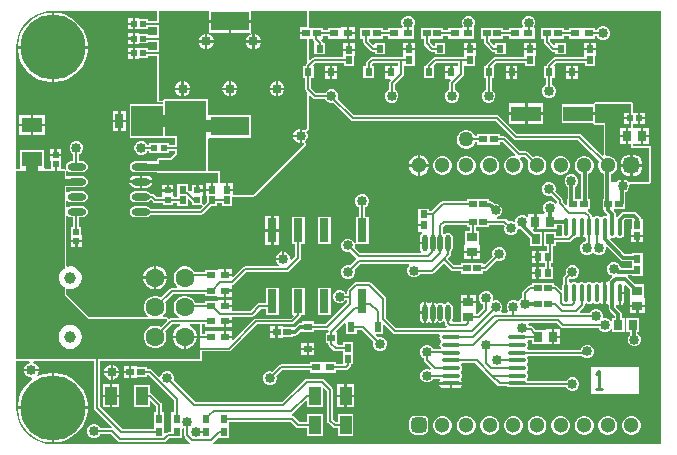
<source format=gtl>
G04*
G04 #@! TF.GenerationSoftware,Altium Limited,Altium Designer,24.1.2 (44)*
G04*
G04 Layer_Physical_Order=1*
G04 Layer_Color=255*
%FSLAX44Y44*%
%MOMM*%
G71*
G04*
G04 #@! TF.SameCoordinates,8940CB7B-32E8-470A-AB05-D825E909EC58*
G04*
G04*
G04 #@! TF.FilePolarity,Positive*
G04*
G01*
G75*
%ADD11C,0.2000*%
%ADD12C,0.1500*%
%ADD14C,0.2540*%
%ADD17R,0.8000X2.0000*%
%ADD18R,0.6000X0.7000*%
%ADD19R,0.7500X0.6000*%
%ADD20R,0.7000X0.6000*%
%ADD21R,2.5000X1.3000*%
%ADD22R,0.6250X0.8300*%
%ADD23R,0.6000X0.6400*%
%ADD24O,1.6000X0.3500*%
%ADD25R,0.9000X0.8000*%
%ADD26R,0.6000X0.7500*%
%ADD27R,0.5500X0.5400*%
%ADD28R,3.2000X1.6000*%
%ADD29R,0.5400X0.5500*%
%ADD30R,1.8000X1.3000*%
%ADD31R,2.6700X2.5400*%
%ADD32R,0.7620X1.2700*%
%ADD33O,1.5500X0.6000*%
%ADD34O,0.4500X1.4000*%
%ADD35R,0.8000X0.9000*%
%ADD36O,0.3500X1.6000*%
%ADD37R,1.0000X1.5500*%
%ADD38R,0.7500X0.8500*%
%ADD39C,1.3000*%
G04:AMPARAMS|DCode=40|XSize=1.3mm|YSize=1.3mm|CornerRadius=0.325mm|HoleSize=0mm|Usage=FLASHONLY|Rotation=180.000|XOffset=0mm|YOffset=0mm|HoleType=Round|Shape=RoundedRectangle|*
%AMROUNDEDRECTD40*
21,1,1.3000,0.6500,0,0,180.0*
21,1,0.6500,1.3000,0,0,180.0*
1,1,0.6500,-0.3250,0.3250*
1,1,0.6500,0.3250,0.3250*
1,1,0.6500,0.3250,-0.3250*
1,1,0.6500,-0.3250,-0.3250*
%
%ADD40ROUNDEDRECTD40*%
%ADD41C,5.5000*%
%ADD42C,1.6000*%
%ADD43C,1.0000*%
%ADD44C,0.8500*%
%ADD45C,1.2700*%
%ADD46C,0.3048*%
%ADD47C,0.6000*%
%ADD48C,1.0000*%
G36*
X250000Y357000D02*
X244000D01*
Y353000D01*
X249500D01*
Y351000D01*
X244000D01*
Y347000D01*
X250000D01*
Y326605D01*
X249698Y326302D01*
X249145Y325476D01*
X248951Y324500D01*
Y324000D01*
X247000D01*
Y314000D01*
X248951D01*
Y304500D01*
X249145Y303524D01*
X249698Y302698D01*
X250000Y302395D01*
Y270498D01*
X248827Y270012D01*
X248540Y270298D01*
X246243Y271250D01*
X246000D01*
Y265000D01*
Y258750D01*
X246243D01*
X247456Y259252D01*
X248176Y258176D01*
X205000Y215000D01*
X187500D01*
Y218500D01*
X182500D01*
Y219500D01*
X181500D01*
Y225000D01*
X177500D01*
X177000Y226063D01*
Y235000D01*
X166624D01*
Y262593D01*
X167500Y263500D01*
X202500D01*
Y282500D01*
X167500D01*
X166624Y283407D01*
Y295000D01*
X166148Y296148D01*
X165000Y296624D01*
X130000D01*
X128852Y296148D01*
X128376Y295000D01*
X125000D01*
Y370922D01*
X167000D01*
Y363000D01*
X185000D01*
X203000D01*
Y370922D01*
X250000D01*
Y357000D01*
D02*
G37*
G36*
X165000Y235000D02*
X125000D01*
Y245000D01*
X135000D01*
X140000Y250000D01*
Y265000D01*
X130350D01*
Y292200D01*
X130000D01*
Y295000D01*
X165000D01*
Y235000D01*
D02*
G37*
G36*
X35000Y370922D02*
X123376D01*
Y362549D01*
X115650D01*
Y364200D01*
X108350D01*
Y364700D01*
X104600D01*
Y360000D01*
Y355300D01*
X108350D01*
Y355800D01*
X115650D01*
Y357451D01*
X123376D01*
Y350049D01*
X115650D01*
Y351700D01*
X108350D01*
Y352200D01*
X104600D01*
Y347500D01*
Y342800D01*
X108350D01*
Y343300D01*
X115650D01*
Y344951D01*
X123376D01*
Y337549D01*
X115650D01*
Y339200D01*
X108350D01*
Y339700D01*
X104600D01*
Y335000D01*
Y330300D01*
X108350D01*
Y330800D01*
X115650D01*
Y332451D01*
X123376D01*
Y295000D01*
X123852Y293852D01*
X125000Y293376D01*
X128025D01*
X128125Y292936D01*
X127164Y291700D01*
X100150D01*
Y263300D01*
X129850D01*
Y263300D01*
X130112Y263475D01*
X130350Y263376D01*
X138376D01*
Y257549D01*
X133150D01*
Y259200D01*
X116850D01*
Y257549D01*
X115168D01*
X114875Y258257D01*
X113257Y259875D01*
X111144Y260750D01*
X108856D01*
X106743Y259875D01*
X105125Y258257D01*
X104250Y256144D01*
Y253856D01*
X105125Y251743D01*
X106743Y250125D01*
X108856Y249250D01*
X111144D01*
X113257Y250125D01*
X114875Y251743D01*
X115168Y252451D01*
X116850D01*
Y250800D01*
X133150D01*
Y252451D01*
X138376D01*
Y250672D01*
X134327Y246624D01*
X125000D01*
X123852Y246148D01*
X123376Y245000D01*
Y243638D01*
X104750D01*
X102994Y243289D01*
X101506Y242294D01*
X100511Y240806D01*
X100162Y239050D01*
X100511Y237294D01*
X101506Y235806D01*
X102994Y234811D01*
X104750Y234462D01*
X123599D01*
X123852Y233852D01*
X125000Y233376D01*
X165000D01*
X165812Y233713D01*
X166624Y233376D01*
X175376D01*
Y226114D01*
X175345Y226020D01*
X174756Y225230D01*
X174443Y225022D01*
X174374Y225000D01*
X171000D01*
Y219500D01*
X170000D01*
Y218500D01*
X165000D01*
Y214000D01*
X165500D01*
Y209105D01*
X162775Y206380D01*
X161700Y207101D01*
X161700Y208016D01*
Y214150D01*
X162200D01*
Y217900D01*
X157500D01*
Y218900D01*
X156500D01*
Y223650D01*
X152800D01*
Y218464D01*
X151627Y217978D01*
X150802Y218802D01*
X149976Y219355D01*
X149500Y219450D01*
Y224500D01*
X140500D01*
Y213649D01*
X138262D01*
X137200Y214150D01*
Y217900D01*
X132500D01*
X127800D01*
Y214150D01*
X126779Y213549D01*
X123056D01*
X121152Y215452D01*
X120325Y216005D01*
X119350Y216199D01*
X117959D01*
X117494Y216894D01*
X116006Y217889D01*
X114250Y218238D01*
X104750D01*
X102994Y217889D01*
X101506Y216894D01*
X100511Y215406D01*
X100162Y213650D01*
X100511Y211894D01*
X101506Y210406D01*
X102994Y209411D01*
X104750Y209062D01*
X114250D01*
X116006Y209411D01*
X117494Y210406D01*
X119009Y210386D01*
X120198Y209198D01*
X121025Y208645D01*
X122000Y208451D01*
X128300D01*
Y206850D01*
X136700D01*
Y208551D01*
X140500D01*
Y205500D01*
X149500D01*
Y211236D01*
X150673Y211722D01*
X153198Y209198D01*
X153300Y209129D01*
Y206850D01*
X160457D01*
X161449Y206850D01*
X162170Y205775D01*
X159894Y203499D01*
X117959D01*
X117494Y204194D01*
X116006Y205189D01*
X114250Y205538D01*
X104750D01*
X102994Y205189D01*
X101506Y204194D01*
X100511Y202706D01*
X100162Y200950D01*
X100511Y199194D01*
X101506Y197706D01*
X102994Y196711D01*
X104750Y196362D01*
X114250D01*
X116006Y196711D01*
X117494Y197706D01*
X117959Y198401D01*
X160950D01*
X161926Y198595D01*
X162752Y199148D01*
X169105Y205500D01*
X174500D01*
Y207951D01*
X178000D01*
Y205500D01*
X187000D01*
Y213042D01*
X187500Y213376D01*
X205000D01*
X206148Y213852D01*
X249324Y257028D01*
X249505Y257465D01*
X249768Y257859D01*
X249736Y258022D01*
X249799Y258176D01*
X249618Y258613D01*
X249526Y259078D01*
X248806Y260154D01*
X248760Y260628D01*
X249875Y261743D01*
X250750Y263856D01*
Y266144D01*
X249875Y268257D01*
X249968Y268727D01*
X250621Y268998D01*
X250850Y269226D01*
X251148Y269350D01*
X251272Y269648D01*
X251500Y269877D01*
Y270200D01*
X251624Y270498D01*
Y299112D01*
X252797Y299598D01*
X255198Y297198D01*
X256025Y296645D01*
X257000Y296451D01*
X265832D01*
X266125Y295743D01*
X267743Y294125D01*
X269856Y293250D01*
X272144D01*
X272145Y293250D01*
X287198Y278198D01*
X288025Y277645D01*
X289000Y277451D01*
X409944D01*
X425198Y262198D01*
X426025Y261645D01*
X427000Y261451D01*
X479944D01*
X497824Y243571D01*
X497545Y243088D01*
X497000Y241053D01*
Y238947D01*
X497545Y236912D01*
X498598Y235088D01*
X500088Y233598D01*
X501417Y232831D01*
Y212000D01*
X500500D01*
Y203000D01*
X500840D01*
X501917Y202500D01*
X502151Y201320D01*
X502820Y200320D01*
X504796Y198344D01*
X504823Y198279D01*
X504761Y198008D01*
X503518Y197311D01*
X502250Y197564D01*
X500982Y197311D01*
X499907Y196593D01*
X499764Y196379D01*
X498236D01*
X498093Y196593D01*
X497018Y197311D01*
X495750Y197564D01*
X494482Y197311D01*
X493407Y196593D01*
X493264Y196379D01*
X492671D01*
X491512Y197037D01*
X491318Y198012D01*
X490765Y198839D01*
X487875Y201730D01*
X487900Y202038D01*
X488296Y203000D01*
X489500D01*
Y212000D01*
X488583D01*
Y232831D01*
X489912Y233598D01*
X491402Y235088D01*
X492455Y236912D01*
X493000Y238947D01*
Y241053D01*
X492455Y243088D01*
X491402Y244912D01*
X489912Y246402D01*
X488088Y247455D01*
X486053Y248000D01*
X483947D01*
X481912Y247455D01*
X480088Y246402D01*
X478598Y244912D01*
X477545Y243088D01*
X477000Y241053D01*
Y238947D01*
X477545Y236912D01*
X478598Y235088D01*
X480088Y233598D01*
X481912Y232545D01*
X482417Y232410D01*
Y212000D01*
X477083D01*
Y221660D01*
X477367Y221778D01*
X478984Y223396D01*
X479860Y225509D01*
Y227796D01*
X478984Y229910D01*
X477367Y231527D01*
X475254Y232403D01*
X472966D01*
X470853Y231527D01*
X469235Y229910D01*
X468360Y227796D01*
Y225509D01*
X469235Y223396D01*
X470853Y221778D01*
X470917Y221752D01*
Y212000D01*
X470500D01*
Y206764D01*
X469327Y206278D01*
X466671Y208934D01*
Y210878D01*
X466477Y211854D01*
X465924Y212680D01*
X460457Y218148D01*
X460750Y218856D01*
Y221144D01*
X459875Y223257D01*
X458257Y224875D01*
X456144Y225750D01*
X453856D01*
X451743Y224875D01*
X450125Y223257D01*
X449250Y221144D01*
Y218856D01*
X450125Y216743D01*
X451743Y215125D01*
X453856Y214250D01*
X456144D01*
X456852Y214543D01*
X461573Y209822D01*
Y208355D01*
X460338Y207794D01*
X459257Y208875D01*
X457144Y209750D01*
X454856D01*
X452743Y208875D01*
X451125Y207257D01*
X450250Y205144D01*
Y202856D01*
X451125Y200743D01*
X451534Y200334D01*
X451152Y198921D01*
X450399Y198695D01*
X449750Y199000D01*
X449687Y199000D01*
X444750D01*
Y192500D01*
Y186000D01*
X449687D01*
X449750Y186000D01*
X450813Y186500D01*
X451020Y186500D01*
X461750D01*
Y189417D01*
X466436D01*
Y181750D01*
X466522Y181319D01*
X465567Y180049D01*
X465130D01*
X465130Y180049D01*
X461250D01*
Y183250D01*
X450750D01*
Y171750D01*
X453701D01*
Y167200D01*
X450600D01*
Y167700D01*
X446600D01*
Y162500D01*
Y157300D01*
X450600D01*
Y157300D01*
X451851Y157254D01*
Y154246D01*
X450600Y154200D01*
Y154200D01*
X446600D01*
Y149000D01*
Y143800D01*
X450600D01*
Y144300D01*
X458900D01*
Y153700D01*
X456949D01*
Y157800D01*
X458900D01*
Y167200D01*
X458799D01*
Y171750D01*
X461250D01*
Y174951D01*
X465130D01*
X465130Y174951D01*
X472000D01*
X472976Y175145D01*
X473802Y175698D01*
X476614Y178509D01*
X477518Y178689D01*
X478456Y179315D01*
X478593Y179407D01*
X479963Y179171D01*
X480047Y179046D01*
X481287Y178218D01*
X481750Y178125D01*
Y188000D01*
X483750D01*
Y178125D01*
X484213Y178218D01*
X485454Y179046D01*
X486701Y178627D01*
Y175750D01*
X486356D01*
X484243Y174875D01*
X482625Y173257D01*
X481750Y171144D01*
Y168856D01*
X482625Y166743D01*
X484243Y165125D01*
X486356Y164250D01*
X488644D01*
X490757Y165125D01*
X491670Y166039D01*
X492500Y166650D01*
X493330Y166039D01*
X494243Y165125D01*
X496356Y164250D01*
X498644D01*
X500757Y165125D01*
X502375Y166743D01*
X503250Y168856D01*
Y170594D01*
X504520Y171120D01*
X515820Y159820D01*
X515820Y159820D01*
X516820Y159151D01*
X518000Y158917D01*
X525500D01*
Y153083D01*
X515750D01*
Y153644D01*
X514875Y155757D01*
X513257Y157375D01*
X511144Y158250D01*
X508856D01*
X506743Y157375D01*
X505125Y155757D01*
X504250Y153644D01*
Y151356D01*
X505125Y149243D01*
X506743Y147625D01*
X508317Y146973D01*
X508700Y145632D01*
X508689Y145549D01*
X506570Y143430D01*
X505901Y142430D01*
X505782Y141827D01*
X504522Y141304D01*
X504421Y141309D01*
X503713Y141782D01*
X503250Y141875D01*
Y132000D01*
Y122126D01*
X503713Y122218D01*
X504397Y122674D01*
X505667Y122002D01*
Y119302D01*
X505667Y119302D01*
X505901Y118122D01*
X506570Y117122D01*
X510917Y112775D01*
Y110750D01*
X508750D01*
Y108255D01*
X507480Y108003D01*
X507375Y108257D01*
X505757Y109875D01*
X503644Y110750D01*
X501874D01*
X501144Y111144D01*
X500750Y111874D01*
Y113644D01*
X499875Y115757D01*
X498257Y117375D01*
X496144Y118250D01*
X493856D01*
X491743Y117375D01*
X490125Y115757D01*
X489936Y115299D01*
X481563D01*
X481077Y116472D01*
X484552Y119948D01*
X485105Y120775D01*
X485299Y121750D01*
Y122517D01*
X485718Y122900D01*
X486907Y123407D01*
X487982Y122689D01*
X489250Y122436D01*
X490518Y122689D01*
X491593Y123407D01*
X491736Y123621D01*
X493264D01*
X493407Y123407D01*
X494482Y122689D01*
X495750Y122436D01*
X497018Y122689D01*
X497956Y123315D01*
X498093Y123407D01*
X499463Y123171D01*
X499547Y123046D01*
X500787Y122218D01*
X501250Y122126D01*
Y132000D01*
Y141875D01*
X500787Y141782D01*
X499547Y140954D01*
X499463Y140829D01*
X498093Y140593D01*
X497956Y140685D01*
X497018Y141311D01*
X495750Y141564D01*
X494482Y141311D01*
X493407Y140593D01*
X493264Y140379D01*
X491736D01*
X491593Y140593D01*
X490518Y141311D01*
X489250Y141564D01*
X487982Y141311D01*
X486907Y140593D01*
X486764Y140379D01*
X485236D01*
X485093Y140593D01*
X484018Y141311D01*
X482750Y141564D01*
X481482Y141311D01*
X480407Y140593D01*
X480264Y140379D01*
X478736D01*
X478593Y140593D01*
X477518Y141311D01*
X476250Y141564D01*
X474982Y141311D01*
X473907Y140593D01*
X472718Y141100D01*
X472299Y141483D01*
Y143694D01*
X473148Y144543D01*
X473856Y144250D01*
X476144D01*
X478257Y145125D01*
X479875Y146743D01*
X480750Y148856D01*
Y151144D01*
X479875Y153257D01*
X478257Y154875D01*
X476144Y155750D01*
X473856D01*
X471743Y154875D01*
X470125Y153257D01*
X469250Y151144D01*
Y148856D01*
X469543Y148148D01*
X467948Y146552D01*
X467395Y145725D01*
X467201Y144750D01*
Y140285D01*
X466689Y139518D01*
X466436Y138250D01*
Y134828D01*
X465263Y134342D01*
X461802Y137802D01*
X460975Y138355D01*
X460000Y138549D01*
X459500D01*
Y140500D01*
X440500D01*
Y138549D01*
X439395D01*
X438420Y138355D01*
X437593Y137802D01*
X433198Y133407D01*
X432645Y132580D01*
X432451Y131605D01*
Y128168D01*
X431743Y127875D01*
X430125Y126257D01*
X429699Y125229D01*
X428257Y124875D01*
X426144Y125750D01*
X423856D01*
X421743Y124875D01*
X420125Y123257D01*
X419250Y121144D01*
Y118856D01*
X420125Y116743D01*
X420396Y116472D01*
X419910Y115299D01*
X415090D01*
X414604Y116472D01*
X414875Y116743D01*
X415750Y118856D01*
Y121144D01*
X414875Y123257D01*
X413257Y124875D01*
X411144Y125750D01*
X408856D01*
X408501Y125603D01*
X407603Y126501D01*
X407750Y126856D01*
Y129144D01*
X406875Y131257D01*
X405257Y132875D01*
X403144Y133750D01*
X400856D01*
X398743Y132875D01*
X397125Y131257D01*
X396250Y129144D01*
Y126856D01*
X397125Y124743D01*
X398743Y123125D01*
X399451Y122832D01*
Y119056D01*
X394694Y114299D01*
X393000D01*
Y116980D01*
X393000Y117187D01*
X393500Y118250D01*
X393500Y118313D01*
Y123250D01*
X380500D01*
Y118313D01*
X380500Y118250D01*
X381000Y117187D01*
X381000Y116980D01*
Y107549D01*
X373649D01*
X372970Y108819D01*
X373282Y109287D01*
X373573Y110750D01*
Y120250D01*
X373282Y121713D01*
X372454Y122954D01*
X371213Y123782D01*
X369750Y124073D01*
X368287Y123782D01*
X367046Y122954D01*
X365953D01*
X364713Y123782D01*
X363250Y124073D01*
X361787Y123782D01*
X360546Y122954D01*
X359431Y123570D01*
X358408Y124253D01*
X357750Y124384D01*
Y115500D01*
Y106616D01*
X358408Y106747D01*
X359431Y107430D01*
X360546Y108046D01*
X361787Y107218D01*
X363250Y106926D01*
X364713Y107218D01*
X365953Y108046D01*
X366258Y108021D01*
X367201Y107627D01*
Y106250D01*
X367395Y105274D01*
X367948Y104448D01*
X368576Y103819D01*
X368050Y102549D01*
X326056D01*
X317549Y111056D01*
Y127000D01*
X317355Y127976D01*
X316802Y128802D01*
X304802Y140802D01*
X303976Y141355D01*
X303000Y141549D01*
X292000D01*
X291024Y141355D01*
X290198Y140802D01*
X285198Y135802D01*
X284645Y134976D01*
X284451Y134000D01*
Y131770D01*
X283181Y131517D01*
X282875Y132257D01*
X281257Y133875D01*
X279144Y134750D01*
X276856D01*
X274743Y133875D01*
X273125Y132257D01*
X272250Y130144D01*
Y127856D01*
X273125Y125743D01*
X274743Y124125D01*
X276856Y123250D01*
X279144D01*
X281257Y124125D01*
X282875Y125743D01*
X282961Y125951D01*
X284451D01*
Y124056D01*
X266444Y106049D01*
X256000D01*
Y108000D01*
X246000D01*
Y106583D01*
X244500D01*
X244500Y106583D01*
X243320Y106348D01*
X242320Y105680D01*
X242320Y105680D01*
X239770Y103130D01*
X238500Y103500D01*
Y103500D01*
X230000D01*
Y104000D01*
X225500D01*
Y99000D01*
Y94000D01*
X230000D01*
Y94500D01*
X238500D01*
Y95917D01*
X240000D01*
X240000Y95917D01*
X241180Y96152D01*
X242180Y96820D01*
X244730Y99370D01*
X246000Y99000D01*
Y99000D01*
X256000D01*
Y100951D01*
X267500D01*
X267811Y101013D01*
X268645Y99976D01*
X268451Y99000D01*
Y98500D01*
X266000D01*
Y89500D01*
X268451D01*
Y89000D01*
X268645Y88025D01*
X269198Y87198D01*
X272698Y83698D01*
X273525Y83145D01*
X274500Y82951D01*
X280500D01*
Y71549D01*
X275000D01*
Y73500D01*
X264770D01*
X264500Y73500D01*
X263500D01*
X263230Y73500D01*
X253000D01*
Y71549D01*
X228000D01*
X227024Y71355D01*
X226198Y70802D01*
X220852Y65457D01*
X220144Y65750D01*
X217856D01*
X215743Y64875D01*
X214125Y63257D01*
X213250Y61144D01*
Y58856D01*
X214125Y56743D01*
X215743Y55125D01*
X217856Y54250D01*
X220144D01*
X222257Y55125D01*
X223875Y56743D01*
X224750Y58856D01*
Y61144D01*
X224457Y61852D01*
X229056Y66451D01*
X253000D01*
Y64500D01*
X263230D01*
X263500Y64500D01*
X264500D01*
X264770Y64500D01*
X275000D01*
Y66451D01*
X283000D01*
X283975Y66645D01*
X284802Y67198D01*
X286802Y69198D01*
X287355Y70025D01*
X287549Y71000D01*
Y71500D01*
X289500D01*
Y80500D01*
Y90500D01*
X280500D01*
Y88049D01*
X276538D01*
X276327Y88365D01*
X276000Y89500D01*
X276000D01*
Y98500D01*
X275764D01*
X275278Y99673D01*
X282077Y106472D01*
X283250Y105986D01*
Y97350D01*
X292500D01*
Y100451D01*
X296944D01*
X306543Y90852D01*
X306250Y90144D01*
Y87856D01*
X307125Y85743D01*
X308743Y84125D01*
X310856Y83250D01*
X313144D01*
X315257Y84125D01*
X316875Y85743D01*
X317750Y87856D01*
Y90144D01*
X316875Y92257D01*
X315257Y93875D01*
X313144Y94750D01*
X310856D01*
X310148Y94457D01*
X308428Y96177D01*
X308914Y97350D01*
X314750D01*
Y104986D01*
X315923Y105472D01*
X323198Y98198D01*
X324025Y97645D01*
X325000Y97451D01*
X362290D01*
X362969Y96181D01*
X362693Y95768D01*
X362440Y94500D01*
X362693Y93231D01*
X363411Y92156D01*
X363625Y92013D01*
Y90486D01*
X363411Y90343D01*
X362693Y89268D01*
X362440Y88000D01*
X362693Y86732D01*
X363411Y85656D01*
X363487Y85606D01*
X363102Y84336D01*
X357256D01*
X356875Y85257D01*
X355257Y86875D01*
X353144Y87750D01*
X350856D01*
X348743Y86875D01*
X347125Y85257D01*
X346250Y83144D01*
Y80856D01*
X347125Y78743D01*
X348743Y77125D01*
X349451Y76832D01*
Y75000D01*
X349645Y74025D01*
X350198Y73198D01*
X355067Y68328D01*
X354348Y67251D01*
X353144Y67750D01*
X350856D01*
X348743Y66875D01*
X347125Y65257D01*
X346250Y63144D01*
Y60856D01*
X347125Y58743D01*
X348743Y57125D01*
X350856Y56250D01*
X353144D01*
X355257Y57125D01*
X356875Y58743D01*
X357168Y59451D01*
X362632D01*
X363050Y58203D01*
X362222Y56963D01*
X362130Y56500D01*
X372004D01*
X381879D01*
X381786Y56963D01*
X380958Y58203D01*
X380833Y58286D01*
X380597Y59657D01*
X380689Y59794D01*
X381315Y60732D01*
X381568Y62000D01*
X381315Y63268D01*
X380597Y64343D01*
X380383Y64486D01*
Y66013D01*
X380597Y66157D01*
X381315Y67231D01*
X381568Y68500D01*
X381315Y69768D01*
X380597Y70843D01*
X381104Y72031D01*
X381487Y72451D01*
X392945D01*
X405198Y60197D01*
X411698Y53697D01*
X412525Y53145D01*
X413500Y52951D01*
X419719D01*
X420486Y52438D01*
X421754Y52186D01*
X434254D01*
X435522Y52438D01*
X435915Y52701D01*
X469729D01*
X470125Y51743D01*
X471743Y50125D01*
X473856Y49250D01*
X476144D01*
X478257Y50125D01*
X479875Y51743D01*
X480750Y53856D01*
Y56144D01*
X479875Y58257D01*
X478257Y59875D01*
X476144Y60750D01*
X473856D01*
X471743Y59875D01*
X470125Y58257D01*
X469936Y57799D01*
X436627D01*
X436597Y57843D01*
X436383Y57986D01*
Y59513D01*
X436597Y59657D01*
X437315Y60732D01*
X437568Y62000D01*
X437315Y63268D01*
X436597Y64343D01*
X436383Y64486D01*
Y66013D01*
X436597Y66157D01*
X437315Y67231D01*
X437568Y68500D01*
X437315Y69768D01*
X436597Y70843D01*
X436383Y70986D01*
Y72513D01*
X436597Y72656D01*
X437315Y73731D01*
X437568Y75000D01*
X437315Y76268D01*
X436597Y77343D01*
X437104Y78531D01*
X437487Y78951D01*
X482918D01*
X484243Y77625D01*
X486356Y76750D01*
X488644D01*
X490757Y77625D01*
X492375Y79243D01*
X493250Y81356D01*
Y83644D01*
X492375Y85757D01*
X490757Y87375D01*
X488644Y88250D01*
X486356D01*
X484243Y87375D01*
X482625Y85757D01*
X481918Y84049D01*
X437487D01*
X437104Y84468D01*
X436597Y85656D01*
X437315Y86732D01*
X437568Y88000D01*
X437315Y89268D01*
X436597Y90343D01*
X437104Y91531D01*
X437487Y91951D01*
X440750D01*
Y89000D01*
X451480D01*
X451687Y89000D01*
X452750Y88500D01*
X452813Y88500D01*
X457750D01*
Y95000D01*
Y101500D01*
X452813D01*
X452750Y101500D01*
X451687Y101000D01*
X451480Y101000D01*
X443855D01*
X441552Y103302D01*
X440726Y103855D01*
X439750Y104049D01*
X438082D01*
X437510Y105431D01*
X438090Y106701D01*
X462042D01*
X465545Y103198D01*
X466372Y102645D01*
X467348Y102451D01*
X497332D01*
X497625Y101743D01*
X499243Y100125D01*
X501356Y99250D01*
X503644D01*
X505757Y100125D01*
X507375Y101743D01*
X507480Y101997D01*
X508750Y101745D01*
Y99250D01*
X519250D01*
Y110750D01*
X517083D01*
Y114052D01*
X517083Y114052D01*
X516848Y115232D01*
X516180Y116232D01*
X516180Y116232D01*
X511833Y120579D01*
Y122002D01*
X513103Y122674D01*
X513787Y122218D01*
X514250Y122126D01*
Y132000D01*
X515250D01*
Y133000D01*
X519073D01*
Y138020D01*
X519624Y138402D01*
X520301Y138589D01*
X524000Y134890D01*
Y128520D01*
X524000Y128313D01*
X523500Y127250D01*
X523500Y127187D01*
Y122250D01*
X530000D01*
X536500D01*
Y127187D01*
X536500Y127250D01*
X536000Y128313D01*
X536000Y128520D01*
Y139250D01*
X528360D01*
X521964Y145647D01*
X522490Y146917D01*
X525500D01*
Y146500D01*
X534500D01*
Y155500D01*
Y165500D01*
X525500D01*
Y165083D01*
X519277D01*
X506630Y177731D01*
X507439Y178717D01*
X507482Y178689D01*
X508750Y178436D01*
X510018Y178689D01*
X511093Y179407D01*
X511236Y179621D01*
X512764D01*
X512907Y179407D01*
X513982Y178689D01*
X515250Y178436D01*
X516518Y178689D01*
X517593Y179407D01*
X518312Y180482D01*
X518564Y181750D01*
Y193081D01*
X519899Y194417D01*
X525500D01*
Y186000D01*
X525000D01*
Y181500D01*
X530000D01*
X535000D01*
Y186000D01*
X534500D01*
Y194500D01*
X534160D01*
X533083Y195000D01*
X532849Y196180D01*
X532180Y197180D01*
X529680Y199680D01*
X528680Y200348D01*
X527500Y200583D01*
X527500Y200583D01*
X518623D01*
X518622Y200583D01*
X517443Y200348D01*
X516442Y199680D01*
X516442Y199680D01*
X514096Y197334D01*
X513982Y197311D01*
X513017Y196667D01*
X512485Y196793D01*
X511747Y197143D01*
Y198836D01*
X511747Y198836D01*
X511512Y200016D01*
X510844Y201017D01*
X510034Y201827D01*
X510520Y203000D01*
X519500D01*
Y206923D01*
X519599Y207070D01*
X519833Y208250D01*
Y217243D01*
X520757Y217625D01*
X522375Y219243D01*
X523250Y221356D01*
Y223644D01*
X523740Y224376D01*
X540000Y224376D01*
X541148Y224852D01*
X541624Y226000D01*
Y255000D01*
X541148Y256148D01*
X540000Y256624D01*
X526624D01*
Y258153D01*
X527750Y258500D01*
X527894Y258500D01*
X532750D01*
Y265000D01*
Y271500D01*
X527894D01*
X527750Y271500D01*
X526624Y271847D01*
Y274041D01*
X526650Y275300D01*
X527797Y275300D01*
X530400D01*
Y280000D01*
Y284700D01*
X527797D01*
X526650Y284700D01*
X526624Y285959D01*
Y292000D01*
X526148Y293148D01*
X525000Y293624D01*
X494500D01*
X493352Y293148D01*
X492876Y292000D01*
X466000D01*
Y276000D01*
X492876D01*
X493352Y274852D01*
X494500Y274376D01*
X501376D01*
Y249024D01*
X500508Y248486D01*
X500203Y248402D01*
X482802Y265802D01*
X481975Y266355D01*
X481000Y266549D01*
X428056D01*
X412802Y281802D01*
X411976Y282355D01*
X411000Y282549D01*
X290056D01*
X276164Y296441D01*
X276750Y297856D01*
Y300144D01*
X275875Y302257D01*
X274257Y303875D01*
X272144Y304750D01*
X269856D01*
X267743Y303875D01*
X266125Y302257D01*
X265832Y301549D01*
X258056D01*
X254049Y305556D01*
Y314000D01*
X256000D01*
Y324000D01*
X256000D01*
X255591Y324987D01*
X257056Y326451D01*
X281500D01*
Y324000D01*
X290500D01*
Y332500D01*
X291000D01*
Y337000D01*
X281000D01*
Y332500D01*
X280230Y331549D01*
X256000D01*
X255025Y331355D01*
X254198Y330802D01*
X252797Y329402D01*
X251624Y329888D01*
Y347000D01*
X251958Y347500D01*
X255451D01*
Y347000D01*
X255645Y346025D01*
X256198Y345198D01*
X256500Y344000D01*
X256500D01*
X256500Y344000D01*
Y334000D01*
X265500D01*
Y344000D01*
X263549D01*
X263355Y344976D01*
X262802Y345802D01*
X262278Y346327D01*
X262764Y347500D01*
X263500D01*
Y349451D01*
X268250D01*
Y347500D01*
X278187D01*
X279250Y347000D01*
X279813Y347000D01*
X284000D01*
Y352000D01*
Y357000D01*
X279250D01*
X278187Y356500D01*
X277980D01*
X268250D01*
Y354549D01*
X263500D01*
Y356500D01*
X251958D01*
X251624Y357000D01*
Y370922D01*
X550376D01*
Y4078D01*
X171289D01*
X170904Y5348D01*
X171052Y5448D01*
X174292Y8687D01*
X175500Y9000D01*
Y9000D01*
X175500Y9000D01*
X184500D01*
Y19500D01*
X184500D01*
Y20500D01*
X184500D01*
Y23201D01*
X236194D01*
X241198Y18198D01*
X242025Y17645D01*
X243000Y17451D01*
X250500D01*
Y10750D01*
X263500D01*
Y29250D01*
X250500D01*
Y22549D01*
X244056D01*
X239052Y27552D01*
X238225Y28105D01*
X237250Y28299D01*
X237361Y29523D01*
X237976Y29645D01*
X238802Y30198D01*
X249327Y40722D01*
X250500Y40236D01*
Y35750D01*
X263500D01*
Y51236D01*
X264673Y51722D01*
X267451Y48944D01*
Y24000D01*
X267645Y23025D01*
X268198Y22198D01*
X272198Y18198D01*
X273025Y17645D01*
X274000Y17451D01*
X276500D01*
Y10750D01*
X289500D01*
Y29250D01*
X276500D01*
Y22549D01*
X275056D01*
X272549Y25056D01*
Y50000D01*
X272355Y50975D01*
X271802Y51802D01*
X264802Y58802D01*
X263976Y59355D01*
X263000Y59549D01*
X250000D01*
X249025Y59355D01*
X248198Y58802D01*
X228944Y39549D01*
X156102D01*
X137480Y58171D01*
X137773Y58879D01*
Y61167D01*
X136898Y63280D01*
X135280Y64898D01*
X133167Y65773D01*
X130879D01*
X128766Y64898D01*
X127148Y63280D01*
X126408Y61493D01*
X125100Y61005D01*
X119302Y66802D01*
X118476Y67355D01*
X117500Y67549D01*
X114500D01*
Y69500D01*
X106000D01*
Y70000D01*
X101500D01*
Y65000D01*
X100500D01*
D01*
X101500D01*
Y60000D01*
X106000D01*
Y60500D01*
X114500D01*
Y62451D01*
X116444D01*
X137451Y41444D01*
Y31000D01*
X135500D01*
Y20770D01*
X135500Y20500D01*
X135500D01*
Y19500D01*
X135500D01*
Y14049D01*
X132535D01*
X131560Y13855D01*
X130770Y13327D01*
X130214Y13433D01*
X129500Y13729D01*
Y19230D01*
X129500Y19500D01*
Y20500D01*
X129500Y20770D01*
Y31000D01*
X127549D01*
Y37500D01*
X127355Y38475D01*
X126802Y39302D01*
X119302Y46802D01*
X118476Y47355D01*
X117500Y47549D01*
X117000D01*
Y54250D01*
X104000D01*
Y35750D01*
X117000D01*
Y40236D01*
X118173Y40722D01*
X122451Y36444D01*
Y31000D01*
X120500D01*
Y20770D01*
X120500Y20500D01*
Y19500D01*
X120500Y19230D01*
Y16799D01*
X94306D01*
X76859Y34245D01*
X77651Y35250D01*
X78707Y35250D01*
X83500D01*
Y44000D01*
X77500D01*
Y36511D01*
X77500Y35401D01*
X76495Y34609D01*
X75049Y36056D01*
Y74376D01*
X160000D01*
X161148Y74852D01*
X161624Y76000D01*
Y82706D01*
X184000D01*
X184878Y82881D01*
X185622Y83378D01*
X207950Y105706D01*
X238000D01*
X238878Y105881D01*
X239622Y106378D01*
X244622Y111378D01*
X245119Y112122D01*
X245294Y113000D01*
Y113500D01*
X248500D01*
Y136500D01*
X237500D01*
Y113500D01*
X238596D01*
X239082Y112327D01*
X237050Y110294D01*
X207000D01*
X206122Y110119D01*
X205378Y109622D01*
X187673Y91918D01*
X186500Y92404D01*
Y94000D01*
X180750D01*
Y95000D01*
X179750D01*
Y100000D01*
X175000D01*
Y100000D01*
X174500Y99500D01*
X164000D01*
Y97549D01*
X161624D01*
Y105451D01*
X164000D01*
Y103500D01*
X173937D01*
X175000Y103000D01*
Y103000D01*
X175000Y103000D01*
X179750D01*
Y108000D01*
X180750D01*
Y109000D01*
X186500D01*
Y111951D01*
X203500D01*
X204475Y112145D01*
X205302Y112698D01*
X211056Y118451D01*
X215500D01*
Y113500D01*
X226500D01*
Y136500D01*
X215500D01*
Y123549D01*
X210000D01*
X209025Y123355D01*
X208198Y122802D01*
X202444Y117049D01*
X186500D01*
Y120000D01*
X180750D01*
Y121000D01*
X179750D01*
Y126000D01*
X175000D01*
Y126000D01*
X174500Y125500D01*
X164000D01*
Y123549D01*
X155684D01*
X155653Y123667D01*
X154402Y125833D01*
X152633Y127602D01*
X150467Y128853D01*
X148051Y129500D01*
X145549D01*
X143133Y128853D01*
X140967Y127602D01*
X139198Y125833D01*
X137948Y123667D01*
X137300Y121251D01*
Y118749D01*
X137948Y116333D01*
X139198Y114167D01*
X140967Y112398D01*
X141970Y111819D01*
X141630Y110549D01*
X134800D01*
X133825Y110355D01*
X132829Y110832D01*
X132586Y111055D01*
X132547Y111148D01*
X132249Y111272D01*
X132021Y111500D01*
X131698D01*
X131399Y111624D01*
X128655D01*
X128129Y112894D01*
X129402Y114167D01*
X130653Y116333D01*
X131300Y118749D01*
Y121251D01*
X130653Y123667D01*
X130074Y124669D01*
X136856Y131451D01*
X164000D01*
Y129500D01*
X173937D01*
X175000Y129000D01*
Y129000D01*
X175000Y129000D01*
X179750D01*
Y134000D01*
X180750D01*
Y135000D01*
X186500D01*
Y138451D01*
X187000D01*
X187975Y138645D01*
X188802Y139198D01*
X199056Y149451D01*
X233000D01*
X233976Y149645D01*
X234802Y150198D01*
X244802Y160198D01*
X245355Y161024D01*
X245549Y162000D01*
Y173500D01*
X248500D01*
Y196500D01*
X237500D01*
Y173500D01*
X240451D01*
Y163056D01*
X237520Y160125D01*
X236250Y160651D01*
Y162243D01*
X235299Y164540D01*
X233540Y166299D01*
X231243Y167250D01*
X231000D01*
Y161000D01*
X230000D01*
Y160000D01*
X223750D01*
Y159757D01*
X224701Y157460D01*
X226342Y155819D01*
X226271Y155272D01*
X225953Y154549D01*
X198000D01*
X197024Y154355D01*
X196198Y153802D01*
X187673Y145278D01*
X186500Y145764D01*
Y146000D01*
X180750D01*
Y147000D01*
X179750D01*
Y152000D01*
X175000D01*
Y152000D01*
X174500Y151500D01*
X164000D01*
Y149549D01*
X155143D01*
X154402Y150833D01*
X152633Y152602D01*
X150467Y153853D01*
X148051Y154500D01*
X145549D01*
X143133Y153853D01*
X140967Y152602D01*
X139198Y150833D01*
X137948Y148667D01*
X137300Y146251D01*
Y143749D01*
X137948Y141333D01*
X139198Y139167D01*
X140546Y137819D01*
X140020Y136549D01*
X135800D01*
X134825Y136355D01*
X133998Y135802D01*
X126469Y128274D01*
X125467Y128853D01*
X123051Y129500D01*
X120549D01*
X118133Y128853D01*
X115967Y127602D01*
X114198Y125833D01*
X112947Y123667D01*
X112300Y121251D01*
Y118749D01*
X112947Y116333D01*
X114198Y114167D01*
X115471Y112894D01*
X114945Y111624D01*
X65672D01*
X46624Y130673D01*
Y135027D01*
X47631Y135800D01*
X48749Y135500D01*
X51251D01*
X53667Y136147D01*
X55833Y137398D01*
X57602Y139167D01*
X58853Y141333D01*
X59500Y143749D01*
Y146251D01*
X58853Y148667D01*
X57602Y150833D01*
X55833Y152602D01*
X53667Y153853D01*
X51251Y154500D01*
X48749D01*
X47631Y154200D01*
X46624Y154973D01*
Y196914D01*
X47894Y197446D01*
X48994Y196711D01*
X50750Y196362D01*
X52451D01*
Y188150D01*
X50800D01*
Y180850D01*
X50300D01*
Y177100D01*
X55000D01*
X59700D01*
Y180850D01*
X59200D01*
Y188150D01*
X57549D01*
Y196362D01*
X60250D01*
X62006Y196711D01*
X63494Y197706D01*
X64489Y199194D01*
X64838Y200950D01*
X64489Y202706D01*
X63494Y204194D01*
X62006Y205189D01*
X60250Y205538D01*
X50750D01*
X48994Y205189D01*
X47894Y204454D01*
X46624Y204986D01*
Y209614D01*
X47894Y210147D01*
X48994Y209411D01*
X50750Y209062D01*
X60250D01*
X62006Y209411D01*
X63494Y210406D01*
X64489Y211894D01*
X64838Y213650D01*
X64489Y215406D01*
X63494Y216894D01*
X62006Y217889D01*
X60250Y218238D01*
X50750D01*
X48994Y217889D01*
X47894Y217153D01*
X46624Y217686D01*
Y221762D01*
X60250D01*
X62006Y222111D01*
X63494Y223106D01*
X64489Y224594D01*
X64838Y226350D01*
X64489Y228106D01*
X63494Y229594D01*
X62006Y230589D01*
X60250Y230938D01*
X46624D01*
Y234984D01*
X46786Y235136D01*
X47725Y235659D01*
X48994Y234811D01*
X50750Y234462D01*
X60250D01*
X62006Y234811D01*
X63494Y235806D01*
X64489Y237294D01*
X64838Y239050D01*
X64489Y240806D01*
X63494Y242294D01*
X62006Y243289D01*
X60250Y243638D01*
X57549D01*
Y249832D01*
X58257Y250125D01*
X59875Y251743D01*
X60750Y253856D01*
Y256144D01*
X59875Y258257D01*
X58257Y259875D01*
X56144Y260750D01*
X53856D01*
X51743Y259875D01*
X50125Y258257D01*
X49250Y256144D01*
Y253856D01*
X50125Y251743D01*
X51743Y250125D01*
X52451Y249832D01*
Y243638D01*
X50750D01*
X48994Y243289D01*
X47506Y242294D01*
X46511Y240806D01*
X46162Y239050D01*
X46494Y237379D01*
X46266Y237048D01*
X45597Y236376D01*
X45000Y236624D01*
X42876D01*
X41700Y237894D01*
Y244150D01*
X42200D01*
Y247900D01*
X32800D01*
Y244150D01*
X33300D01*
Y236850D01*
X32124Y236624D01*
X28907D01*
X28000Y237894D01*
Y253500D01*
X7000D01*
Y237500D01*
X6093Y236624D01*
X4078D01*
Y340000D01*
X4045Y340169D01*
X4413Y344845D01*
X5547Y349570D01*
X7407Y354059D01*
X9946Y358203D01*
X13102Y361898D01*
X16797Y365054D01*
X20941Y367593D01*
X25430Y369453D01*
X30155Y370587D01*
X34831Y370955D01*
X35000Y370922D01*
D02*
G37*
G36*
X525000Y284700D02*
X524600D01*
Y280000D01*
Y275300D01*
X525000D01*
Y271500D01*
X522250D01*
Y265000D01*
Y258500D01*
X525000D01*
Y255000D01*
X540000D01*
Y226000D01*
X522815Y226000D01*
X522799Y226040D01*
X521040Y227799D01*
X518743Y228750D01*
X518500D01*
Y222500D01*
X516500D01*
Y228750D01*
X516257D01*
X513960Y227799D01*
X512201Y226040D01*
X512185Y226000D01*
X507583Y226000D01*
Y232410D01*
X508088Y232545D01*
X509912Y233598D01*
X511402Y235088D01*
X512455Y236912D01*
X513000Y238947D01*
Y241053D01*
X512455Y243088D01*
X511402Y244912D01*
X509912Y246402D01*
X508088Y247455D01*
X506053Y248000D01*
X503947D01*
X503000Y248727D01*
Y276000D01*
X494500D01*
Y283000D01*
X480000D01*
Y285000D01*
X494500D01*
Y292000D01*
X525000D01*
Y284700D01*
D02*
G37*
G36*
X45000Y153083D02*
X44167Y152602D01*
X42398Y150833D01*
X41147Y148667D01*
X40500Y146251D01*
Y143749D01*
X41147Y141333D01*
X42398Y139167D01*
X44167Y137398D01*
X45000Y136917D01*
Y130000D01*
X65000Y110000D01*
X131399D01*
X131925Y108730D01*
X126469Y103274D01*
X125467Y103853D01*
X123051Y104500D01*
X120549D01*
X118133Y103853D01*
X115967Y102602D01*
X114198Y100833D01*
X112947Y98667D01*
X112300Y96251D01*
Y93749D01*
X112947Y91333D01*
X114198Y89167D01*
X115967Y87398D01*
X118133Y86147D01*
X120549Y85500D01*
X123051D01*
X125467Y86147D01*
X127633Y87398D01*
X129402Y89167D01*
X130653Y91333D01*
X131300Y93749D01*
Y96251D01*
X130653Y98667D01*
X130074Y99669D01*
X135856Y105451D01*
X142489D01*
X142580Y105221D01*
X142702Y104181D01*
X140660Y103002D01*
X138798Y101140D01*
X137481Y98860D01*
X136800Y96316D01*
Y96000D01*
X146800D01*
X156800D01*
Y96316D01*
X156118Y98860D01*
X154802Y101140D01*
X152940Y103002D01*
X150898Y104181D01*
X151019Y105221D01*
X151111Y105451D01*
X160000D01*
Y76000D01*
X4078D01*
Y235000D01*
X45000Y235000D01*
Y153083D01*
D02*
G37*
G36*
X69951Y35000D02*
X70145Y34025D01*
X70698Y33198D01*
X85125Y18770D01*
X85123Y18750D01*
X84550Y17549D01*
X75168D01*
X74875Y18257D01*
X73257Y19875D01*
X71144Y20750D01*
X68856D01*
X66743Y19875D01*
X65125Y18257D01*
X64250Y16144D01*
Y13856D01*
X65125Y11743D01*
X66743Y10125D01*
X68856Y9250D01*
X71144D01*
X73257Y10125D01*
X74875Y11743D01*
X75168Y12451D01*
X83944D01*
X90198Y6198D01*
X91025Y5645D01*
X92000Y5451D01*
X129036D01*
X130011Y5645D01*
X130838Y6198D01*
X133591Y8951D01*
X138000D01*
X138246Y9000D01*
X144500D01*
Y17081D01*
X145764Y17723D01*
X146451Y17313D01*
Y11454D01*
X146645Y10479D01*
X147198Y9652D01*
X151402Y5448D01*
X151550Y5348D01*
X151165Y4078D01*
X35000D01*
X34831Y4045D01*
X30155Y4413D01*
X25430Y5547D01*
X20941Y7407D01*
X16797Y9946D01*
X13102Y13102D01*
X9946Y16797D01*
X7407Y20941D01*
X5547Y25430D01*
X4413Y30155D01*
X4045Y34831D01*
X4078Y35000D01*
Y74376D01*
X15158D01*
X15410Y73106D01*
X13460Y72298D01*
X11702Y70540D01*
X10750Y68243D01*
Y68000D01*
X23250D01*
Y68243D01*
X22299Y70540D01*
X20540Y72298D01*
X18590Y73106D01*
X18843Y74376D01*
X69951D01*
Y35000D01*
D02*
G37*
%LPC*%
G36*
X184000Y361000D02*
X167000D01*
Y352988D01*
X167000Y352311D01*
X166498Y351608D01*
X166356Y351496D01*
X166041Y351250D01*
X166000D01*
Y346000D01*
X171250D01*
Y346243D01*
X170298Y348540D01*
X168540Y350298D01*
X167498Y350730D01*
X167751Y352000D01*
X168132Y352000D01*
X168132Y352000D01*
X168141Y352000D01*
X184000D01*
Y361000D01*
D02*
G37*
G36*
X206243Y351250D02*
X206000D01*
Y346000D01*
X211250D01*
Y346243D01*
X210298Y348540D01*
X208540Y350298D01*
X206243Y351250D01*
D02*
G37*
G36*
X203000Y361000D02*
X186000D01*
Y352000D01*
X201859D01*
X201868Y352000D01*
X201868Y352000D01*
X202249Y352000D01*
X202502Y350730D01*
X201460Y350298D01*
X199701Y348540D01*
X198750Y346243D01*
Y346000D01*
X204000D01*
Y351250D01*
X203959D01*
X203644Y351497D01*
X203501Y351608D01*
X203000Y352311D01*
X203000Y352959D01*
Y361000D01*
D02*
G37*
G36*
X164000Y351250D02*
X163757D01*
X161460Y350298D01*
X159701Y348540D01*
X158750Y346243D01*
Y346000D01*
X164000D01*
Y351250D01*
D02*
G37*
G36*
X211250Y344000D02*
X206000D01*
Y338750D01*
X206243D01*
X208540Y339701D01*
X210298Y341460D01*
X211250Y343757D01*
Y344000D01*
D02*
G37*
G36*
X204000D02*
X198750D01*
Y343757D01*
X199701Y341460D01*
X201460Y339701D01*
X203757Y338750D01*
X204000D01*
Y344000D01*
D02*
G37*
G36*
X171250D02*
X166000D01*
Y338750D01*
X166243D01*
X168540Y339701D01*
X170298Y341460D01*
X171250Y343757D01*
Y344000D01*
D02*
G37*
G36*
X164000D02*
X158750D01*
Y343757D01*
X159701Y341460D01*
X161460Y339701D01*
X163757Y338750D01*
X164000D01*
Y344000D01*
D02*
G37*
G36*
X226243Y311250D02*
X226000D01*
Y306000D01*
X231250D01*
Y306243D01*
X230298Y308540D01*
X228540Y310298D01*
X226243Y311250D01*
D02*
G37*
G36*
X224000D02*
X223757D01*
X221460Y310298D01*
X219701Y308540D01*
X218750Y306243D01*
Y306000D01*
X224000D01*
Y311250D01*
D02*
G37*
G36*
X186243D02*
X186000D01*
Y306000D01*
X191250D01*
Y306243D01*
X190299Y308540D01*
X188540Y310298D01*
X186243Y311250D01*
D02*
G37*
G36*
X184000D02*
X183757D01*
X181460Y310298D01*
X179701Y308540D01*
X178750Y306243D01*
Y306000D01*
X184000D01*
Y311250D01*
D02*
G37*
G36*
X146243D02*
X146000D01*
Y306000D01*
X151250D01*
Y306243D01*
X150299Y308540D01*
X148540Y310298D01*
X146243Y311250D01*
D02*
G37*
G36*
X144000D02*
X143757D01*
X141460Y310298D01*
X139701Y308540D01*
X138750Y306243D01*
Y306000D01*
X144000D01*
Y311250D01*
D02*
G37*
G36*
X231250Y304000D02*
X226000D01*
Y298750D01*
X226243D01*
X228540Y299701D01*
X230298Y301460D01*
X231250Y303757D01*
Y304000D01*
D02*
G37*
G36*
X224000D02*
X218750D01*
Y303757D01*
X219701Y301460D01*
X221460Y299701D01*
X223757Y298750D01*
X224000D01*
Y304000D01*
D02*
G37*
G36*
X191250D02*
X186000D01*
Y298750D01*
X186243D01*
X188540Y299701D01*
X190299Y301460D01*
X191250Y303757D01*
Y304000D01*
D02*
G37*
G36*
X184000D02*
X178750D01*
Y303757D01*
X179701Y301460D01*
X181460Y299701D01*
X183757Y298750D01*
X184000D01*
Y304000D01*
D02*
G37*
G36*
X151250D02*
X146000D01*
Y298750D01*
X146243D01*
X148540Y299701D01*
X150299Y301460D01*
X151250Y303757D01*
Y304000D01*
D02*
G37*
G36*
X144000D02*
X138750D01*
Y303757D01*
X139701Y301460D01*
X141460Y299701D01*
X143757Y298750D01*
X144000D01*
Y304000D01*
D02*
G37*
G36*
X244000Y271250D02*
X243757D01*
X241460Y270298D01*
X239701Y268540D01*
X238750Y266243D01*
Y266000D01*
X244000D01*
Y271250D01*
D02*
G37*
G36*
Y264000D02*
X238750D01*
Y263757D01*
X239701Y261460D01*
X241460Y259701D01*
X243757Y258750D01*
X244000D01*
Y264000D01*
D02*
G37*
G36*
X183500Y225000D02*
Y220500D01*
X187500D01*
Y225000D01*
X183500D01*
D02*
G37*
G36*
X102600Y364700D02*
X98850D01*
Y361000D01*
X102600D01*
Y364700D01*
D02*
G37*
G36*
X439144Y366750D02*
X436856D01*
X434743Y365875D01*
X433125Y364257D01*
X432250Y362144D01*
Y359856D01*
X433125Y357743D01*
X433195Y357673D01*
X432709Y356500D01*
X431500Y356500D01*
X431230Y356500D01*
X421000D01*
Y354549D01*
X416500D01*
Y356500D01*
X397500D01*
Y347500D01*
X399951D01*
Y344500D01*
X400145Y343525D01*
X400698Y342698D01*
X406198Y337198D01*
X407025Y336645D01*
X408000Y336451D01*
X409500D01*
Y334000D01*
X418500D01*
Y344000D01*
X409500D01*
Y342901D01*
X408230Y342375D01*
X405049Y345556D01*
Y347500D01*
X416500D01*
Y349451D01*
X421000D01*
Y347500D01*
X431230D01*
X431500Y347500D01*
X432500D01*
X432770Y347500D01*
X443000D01*
Y356500D01*
X443000D01*
X442599Y357467D01*
X442875Y357743D01*
X443750Y359856D01*
Y362144D01*
X442875Y364257D01*
X441257Y365875D01*
X439144Y366750D01*
D02*
G37*
G36*
X388144D02*
X385856D01*
X383743Y365875D01*
X382125Y364257D01*
X381250Y362144D01*
Y359856D01*
X382125Y357743D01*
X382195Y357673D01*
X381709Y356500D01*
X380500Y356500D01*
X380230Y356500D01*
X370000D01*
Y354549D01*
X365500D01*
Y356500D01*
X346500D01*
Y347500D01*
X348951D01*
Y343500D01*
X349145Y342524D01*
X349698Y341698D01*
X354198Y337198D01*
X355024Y336645D01*
X356000Y336451D01*
X358500D01*
Y334000D01*
X367500D01*
Y344000D01*
X358500D01*
Y341549D01*
X357056D01*
X354049Y344556D01*
Y347500D01*
X365500D01*
Y349451D01*
X370000D01*
Y347500D01*
X380230D01*
X380500Y347500D01*
X381500D01*
X381770Y347500D01*
X392000D01*
Y356500D01*
X392000D01*
X391599Y357467D01*
X391875Y357743D01*
X392750Y359856D01*
Y362144D01*
X391875Y364257D01*
X390257Y365875D01*
X388144Y366750D01*
D02*
G37*
G36*
X337144D02*
X334856D01*
X332743Y365875D01*
X331125Y364257D01*
X330250Y362144D01*
Y359856D01*
X331125Y357743D01*
X331195Y357673D01*
X330709Y356500D01*
X329500Y356500D01*
X329230Y356500D01*
X319000D01*
Y354549D01*
X314500D01*
Y356500D01*
X295500D01*
Y347500D01*
X297951D01*
Y344500D01*
X298145Y343525D01*
X298698Y342698D01*
X304198Y337198D01*
X305025Y336645D01*
X306000Y336451D01*
X307500D01*
Y334000D01*
X316500D01*
Y344000D01*
X307500D01*
Y342901D01*
X306230Y342375D01*
X303049Y345556D01*
Y347500D01*
X314500D01*
Y349451D01*
X319000D01*
Y347500D01*
X329230D01*
X329500Y347500D01*
X330500D01*
X330770Y347500D01*
X341000D01*
Y356500D01*
X341000D01*
X340599Y357467D01*
X340875Y357743D01*
X341750Y359856D01*
Y362144D01*
X340875Y364257D01*
X339257Y365875D01*
X337144Y366750D01*
D02*
G37*
G36*
X102600Y359000D02*
X98850D01*
Y355300D01*
X102600D01*
Y359000D01*
D02*
G37*
G36*
X502144Y357750D02*
X499856D01*
X497743Y356875D01*
X496125Y355257D01*
X495832Y354549D01*
X494000D01*
Y356500D01*
X483770D01*
X483500Y356500D01*
X482500D01*
X482230Y356500D01*
X472000D01*
Y354549D01*
X467500D01*
Y356500D01*
X448500D01*
Y347500D01*
X450951D01*
Y344500D01*
X451145Y343525D01*
X451698Y342698D01*
X457198Y337198D01*
X458025Y336645D01*
X459000Y336451D01*
X460500D01*
Y334000D01*
X469500D01*
Y344000D01*
X460500D01*
Y342901D01*
X459230Y342375D01*
X456049Y345556D01*
Y347500D01*
X467500D01*
Y349451D01*
X472000D01*
Y347500D01*
X482230D01*
X482500Y347500D01*
X483500D01*
X483770Y347500D01*
X494000D01*
Y349451D01*
X495832D01*
X496125Y348743D01*
X497743Y347125D01*
X499856Y346250D01*
X502144D01*
X504257Y347125D01*
X505875Y348743D01*
X506750Y350856D01*
Y353144D01*
X505875Y355257D01*
X504257Y356875D01*
X502144Y357750D01*
D02*
G37*
G36*
X286000Y357000D02*
Y353000D01*
X290750D01*
Y357000D01*
X286000D01*
D02*
G37*
G36*
X102600Y352200D02*
X98850D01*
Y348500D01*
X102600D01*
Y352200D01*
D02*
G37*
G36*
X290750Y351000D02*
X286000D01*
Y347000D01*
X290750D01*
Y351000D01*
D02*
G37*
G36*
X102600Y346500D02*
X98850D01*
Y342800D01*
X102600D01*
Y346500D01*
D02*
G37*
G36*
X37322Y369500D02*
X36000D01*
Y341000D01*
X64500D01*
Y342322D01*
X63774Y346908D01*
X62339Y351324D01*
X60231Y355461D01*
X57501Y359218D01*
X54218Y362501D01*
X50461Y365231D01*
X46324Y367339D01*
X41908Y368774D01*
X37322Y369500D01*
D02*
G37*
G36*
X34000D02*
X32678D01*
X28092Y368774D01*
X23676Y367339D01*
X19539Y365231D01*
X15782Y362501D01*
X12499Y359218D01*
X9769Y355461D01*
X7661Y351324D01*
X6226Y346908D01*
X5500Y342322D01*
Y341000D01*
X34000D01*
Y369500D01*
D02*
G37*
G36*
X495000Y344000D02*
X491000D01*
Y339500D01*
X495000D01*
Y344000D01*
D02*
G37*
G36*
X489000D02*
X485000D01*
Y339500D01*
X489000D01*
Y344000D01*
D02*
G37*
G36*
X444000D02*
X440000D01*
Y339500D01*
X444000D01*
Y344000D01*
D02*
G37*
G36*
X438000D02*
X434000D01*
Y339500D01*
X438000D01*
Y344000D01*
D02*
G37*
G36*
X393000D02*
X389000D01*
Y339500D01*
X393000D01*
Y344000D01*
D02*
G37*
G36*
X387000D02*
X383000D01*
Y339500D01*
X387000D01*
Y344000D01*
D02*
G37*
G36*
X342000D02*
X338000D01*
Y339500D01*
X342000D01*
Y344000D01*
D02*
G37*
G36*
X336000D02*
X332000D01*
Y339500D01*
X336000D01*
Y344000D01*
D02*
G37*
G36*
X291000Y343500D02*
X287000D01*
Y339000D01*
X291000D01*
Y343500D01*
D02*
G37*
G36*
X285000D02*
X281000D01*
Y339000D01*
X285000D01*
Y343500D01*
D02*
G37*
G36*
X102600Y339700D02*
X98850D01*
Y336000D01*
X102600D01*
Y339700D01*
D02*
G37*
G36*
Y334000D02*
X98850D01*
Y330300D01*
X102600D01*
Y334000D01*
D02*
G37*
G36*
X495000Y337500D02*
X485000D01*
Y333000D01*
X484230Y332049D01*
X460500D01*
X459524Y331855D01*
X458698Y331302D01*
X453698Y326302D01*
X453145Y325476D01*
X452951Y324500D01*
Y324000D01*
X451000D01*
Y314000D01*
X452451D01*
Y308168D01*
X451743Y307875D01*
X450125Y306257D01*
X449250Y304144D01*
Y301856D01*
X450125Y299743D01*
X451743Y298125D01*
X453856Y297250D01*
X456144D01*
X458257Y298125D01*
X459875Y299743D01*
X460750Y301856D01*
Y304144D01*
X459875Y306257D01*
X458257Y307875D01*
X457549Y308168D01*
Y314000D01*
X460000D01*
Y324000D01*
X460000D01*
X459591Y324987D01*
X461556Y326951D01*
X485500D01*
Y324500D01*
X494500D01*
Y333000D01*
X495000D01*
Y337500D01*
D02*
G37*
G36*
X444000D02*
X434000D01*
Y333000D01*
X433230Y332049D01*
X409500D01*
X408525Y331855D01*
X407698Y331302D01*
X402698Y326302D01*
X402145Y325476D01*
X401951Y324500D01*
Y324000D01*
X400000D01*
Y314000D01*
X401451D01*
Y304168D01*
X400743Y303875D01*
X399125Y302257D01*
X398250Y300144D01*
Y297856D01*
X399125Y295743D01*
X400743Y294125D01*
X402856Y293250D01*
X405144D01*
X407257Y294125D01*
X408875Y295743D01*
X409750Y297856D01*
Y300144D01*
X408875Y302257D01*
X407257Y303875D01*
X406549Y304168D01*
Y314000D01*
X409000D01*
Y324000D01*
X409000D01*
X408591Y324987D01*
X410556Y326951D01*
X434500D01*
Y324500D01*
X443500D01*
Y333000D01*
X444000D01*
Y337500D01*
D02*
G37*
G36*
X428500Y324500D02*
X424500D01*
Y320000D01*
X428500D01*
Y324500D01*
D02*
G37*
G36*
X275500D02*
X271500D01*
Y320000D01*
X275500D01*
Y324500D01*
D02*
G37*
G36*
X479500D02*
X475500D01*
Y320000D01*
X479500D01*
Y324500D01*
D02*
G37*
G36*
X371500D02*
X367500D01*
Y320000D01*
X371500D01*
Y324500D01*
D02*
G37*
G36*
X269500D02*
X265500D01*
Y320000D01*
X269500D01*
Y324500D01*
D02*
G37*
G36*
X473500D02*
X469500D01*
Y320000D01*
X473500D01*
Y324500D01*
D02*
G37*
G36*
X422500D02*
X418500D01*
Y320000D01*
X422500D01*
Y324500D01*
D02*
G37*
G36*
X320500D02*
X316500D01*
Y320000D01*
X320500D01*
Y324500D01*
D02*
G37*
G36*
X479500Y318000D02*
X475500D01*
Y313500D01*
X479500D01*
Y318000D01*
D02*
G37*
G36*
X473500D02*
X469500D01*
Y313500D01*
X473500D01*
Y318000D01*
D02*
G37*
G36*
X428500D02*
X424500D01*
Y313500D01*
X428500D01*
Y318000D01*
D02*
G37*
G36*
X422500D02*
X418500D01*
Y313500D01*
X422500D01*
Y318000D01*
D02*
G37*
G36*
X275500D02*
X271500D01*
Y313500D01*
X275500D01*
Y318000D01*
D02*
G37*
G36*
X269500D02*
X265500D01*
Y313500D01*
X269500D01*
Y318000D01*
D02*
G37*
G36*
X64500Y339000D02*
X36000D01*
Y310500D01*
X37322D01*
X41908Y311226D01*
X46324Y312661D01*
X50461Y314769D01*
X54218Y317499D01*
X57501Y320782D01*
X60231Y324539D01*
X62339Y328676D01*
X63774Y333092D01*
X64500Y337678D01*
Y339000D01*
D02*
G37*
G36*
X34000D02*
X5500D01*
Y337678D01*
X6226Y333092D01*
X7661Y328676D01*
X9769Y324539D01*
X12499Y320782D01*
X15782Y317499D01*
X19539Y314769D01*
X23676Y312661D01*
X28092Y311226D01*
X32678Y310500D01*
X34000D01*
Y339000D01*
D02*
G37*
G36*
X393000Y337500D02*
X383000D01*
Y333000D01*
X382230Y332049D01*
X358500D01*
X357524Y331855D01*
X356698Y331302D01*
X351698Y326302D01*
X351145Y325476D01*
X350951Y324500D01*
Y324000D01*
X349000D01*
Y314000D01*
X358000D01*
Y324000D01*
X358000D01*
X357591Y324987D01*
X359556Y326951D01*
X378451D01*
Y325270D01*
X377500Y324500D01*
X373500D01*
Y319000D01*
X372500D01*
Y318000D01*
X367500D01*
Y313500D01*
X371771D01*
X372257Y312327D01*
X371198Y311267D01*
X370645Y310440D01*
X370451Y309464D01*
Y305033D01*
X370413Y304975D01*
X370234Y304078D01*
X369743Y303875D01*
X368125Y302257D01*
X367250Y300144D01*
Y297856D01*
X368125Y295743D01*
X369743Y294125D01*
X371856Y293250D01*
X374144D01*
X376257Y294125D01*
X377875Y295743D01*
X378750Y297856D01*
Y300144D01*
X377875Y302257D01*
X376257Y303875D01*
X375537Y304173D01*
X375549Y304232D01*
Y308409D01*
X382802Y315662D01*
X383355Y316489D01*
X383549Y317465D01*
Y324500D01*
X392500D01*
Y333000D01*
X393000D01*
Y337500D01*
D02*
G37*
G36*
X342000D02*
X332000D01*
Y333000D01*
X331230Y332049D01*
X305500D01*
X304524Y331855D01*
X303698Y331302D01*
X300698Y328302D01*
X300145Y327476D01*
X299951Y326500D01*
Y324000D01*
X298000D01*
Y314000D01*
X307000D01*
Y324000D01*
X305049D01*
Y325444D01*
X306556Y326951D01*
X327451D01*
Y325270D01*
X326500Y324500D01*
X322500D01*
Y319000D01*
X321500D01*
Y318000D01*
X316500D01*
Y313500D01*
X320771D01*
X321257Y312327D01*
X320198Y311267D01*
X319645Y310440D01*
X319451Y309464D01*
Y304168D01*
X318743Y303875D01*
X317125Y302257D01*
X316250Y300144D01*
Y297856D01*
X317125Y295743D01*
X318743Y294125D01*
X320856Y293250D01*
X323144D01*
X325257Y294125D01*
X326875Y295743D01*
X327750Y297856D01*
Y300144D01*
X326875Y302257D01*
X325257Y303875D01*
X324549Y304168D01*
Y308409D01*
X331802Y315662D01*
X332355Y316489D01*
X332549Y317465D01*
Y324500D01*
X341500D01*
Y333000D01*
X342000D01*
Y337500D01*
D02*
G37*
G36*
X450500Y292500D02*
X437000D01*
Y285000D01*
X450500D01*
Y292500D01*
D02*
G37*
G36*
X435000D02*
X421500D01*
Y285000D01*
X435000D01*
Y292500D01*
D02*
G37*
G36*
X536150Y284700D02*
X532400D01*
Y281000D01*
X536150D01*
Y284700D01*
D02*
G37*
G36*
X97300Y285850D02*
X92490D01*
Y278500D01*
X97300D01*
Y285850D01*
D02*
G37*
G36*
X90490D02*
X85680D01*
Y278500D01*
X90490D01*
Y285850D01*
D02*
G37*
G36*
X450500Y283000D02*
X437000D01*
Y275500D01*
X450500D01*
Y283000D01*
D02*
G37*
G36*
X435000D02*
X421500D01*
Y275500D01*
X435000D01*
Y283000D01*
D02*
G37*
G36*
X28500Y283000D02*
X18500D01*
Y275500D01*
X28500D01*
Y283000D01*
D02*
G37*
G36*
X16500D02*
X6500D01*
Y275500D01*
X16500D01*
Y283000D01*
D02*
G37*
G36*
X536150Y279000D02*
X532400D01*
Y275300D01*
X536150D01*
Y279000D01*
D02*
G37*
G36*
X97300Y276500D02*
X92490D01*
Y269150D01*
X97300D01*
Y276500D01*
D02*
G37*
G36*
X90490D02*
X85680D01*
Y269150D01*
X90490D01*
Y276500D01*
D02*
G37*
G36*
X534750Y271500D02*
Y266000D01*
X539750D01*
Y271500D01*
X534750D01*
D02*
G37*
G36*
X28500Y273500D02*
X18500D01*
Y266000D01*
X28500D01*
Y273500D01*
D02*
G37*
G36*
X16500D02*
X6500D01*
Y266000D01*
X16500D01*
Y273500D01*
D02*
G37*
G36*
X539750Y264000D02*
X534750D01*
Y258500D01*
X539750D01*
Y264000D01*
D02*
G37*
G36*
X42200Y253650D02*
X38500D01*
Y249900D01*
X42200D01*
Y253650D01*
D02*
G37*
G36*
X36500D02*
X32800D01*
Y249900D01*
X36500D01*
Y253650D01*
D02*
G37*
G36*
X346119Y248500D02*
X346000D01*
Y241000D01*
X353500D01*
Y241119D01*
X352921Y243281D01*
X351802Y245219D01*
X350219Y246802D01*
X348281Y247921D01*
X346119Y248500D01*
D02*
G37*
G36*
X344000D02*
X343881D01*
X341719Y247921D01*
X339781Y246802D01*
X338198Y245219D01*
X337079Y243281D01*
X336500Y241119D01*
Y241000D01*
X344000D01*
Y248500D01*
D02*
G37*
G36*
X466053Y248000D02*
X463947D01*
X461912Y247455D01*
X460088Y246402D01*
X458598Y244912D01*
X457545Y243088D01*
X457000Y241053D01*
Y238947D01*
X457545Y236912D01*
X458598Y235088D01*
X460088Y233598D01*
X461912Y232545D01*
X463947Y232000D01*
X466053D01*
X468088Y232545D01*
X469912Y233598D01*
X471402Y235088D01*
X472455Y236912D01*
X473000Y238947D01*
Y241053D01*
X472455Y243088D01*
X471402Y244912D01*
X469912Y246402D01*
X468088Y247455D01*
X466053Y248000D01*
D02*
G37*
G36*
X386034Y269850D02*
X383966D01*
X381970Y269315D01*
X380180Y268282D01*
X378718Y266820D01*
X377685Y265030D01*
X377150Y263034D01*
Y260966D01*
X377685Y258970D01*
X378718Y257180D01*
X380180Y255718D01*
X381970Y254685D01*
X383966Y254150D01*
X386034D01*
X388030Y254685D01*
X389820Y255718D01*
X391282Y257180D01*
X392315Y258970D01*
X392444Y259451D01*
X394500D01*
Y257500D01*
X413500D01*
Y259451D01*
X415944D01*
X426176Y249219D01*
X425599Y248000D01*
X423947D01*
X421912Y247455D01*
X420088Y246402D01*
X418598Y244912D01*
X417545Y243088D01*
X417000Y241053D01*
Y238947D01*
X417545Y236912D01*
X418598Y235088D01*
X420088Y233598D01*
X421912Y232545D01*
X423947Y232000D01*
X426053D01*
X428088Y232545D01*
X429912Y233598D01*
X431402Y235088D01*
X432455Y236912D01*
X433000Y238947D01*
Y241053D01*
X432455Y243088D01*
X431402Y244912D01*
X430682Y245632D01*
X431208Y246902D01*
X434493D01*
X437824Y243571D01*
X437545Y243088D01*
X437000Y241053D01*
Y238947D01*
X437545Y236912D01*
X438598Y235088D01*
X440088Y233598D01*
X441912Y232545D01*
X443947Y232000D01*
X446053D01*
X448088Y232545D01*
X449912Y233598D01*
X451402Y235088D01*
X452455Y236912D01*
X453000Y238947D01*
Y241053D01*
X452455Y243088D01*
X451402Y244912D01*
X449912Y246402D01*
X448088Y247455D01*
X446053Y248000D01*
X443947D01*
X441912Y247455D01*
X441429Y247176D01*
X437351Y251253D01*
X436524Y251806D01*
X435549Y252000D01*
X430605D01*
X418802Y263802D01*
X417975Y264355D01*
X417000Y264549D01*
X413500D01*
Y266500D01*
X394500D01*
Y264549D01*
X392444D01*
X392315Y265030D01*
X391282Y266820D01*
X389820Y268282D01*
X388030Y269315D01*
X386034Y269850D01*
D02*
G37*
G36*
X406053Y248000D02*
X403947D01*
X401912Y247455D01*
X400088Y246402D01*
X398598Y244912D01*
X397545Y243088D01*
X397000Y241053D01*
Y238947D01*
X397545Y236912D01*
X398598Y235088D01*
X400088Y233598D01*
X401912Y232545D01*
X403947Y232000D01*
X406053D01*
X408088Y232545D01*
X409912Y233598D01*
X411402Y235088D01*
X412455Y236912D01*
X413000Y238947D01*
Y241053D01*
X412455Y243088D01*
X411402Y244912D01*
X409912Y246402D01*
X408088Y247455D01*
X406053Y248000D01*
D02*
G37*
G36*
X386053D02*
X383947D01*
X381912Y247455D01*
X380088Y246402D01*
X378598Y244912D01*
X377545Y243088D01*
X377000Y241053D01*
Y238947D01*
X377545Y236912D01*
X378598Y235088D01*
X380088Y233598D01*
X381912Y232545D01*
X383947Y232000D01*
X386053D01*
X388088Y232545D01*
X389912Y233598D01*
X391402Y235088D01*
X392455Y236912D01*
X393000Y238947D01*
Y241053D01*
X392455Y243088D01*
X391402Y244912D01*
X389912Y246402D01*
X388088Y247455D01*
X386053Y248000D01*
D02*
G37*
G36*
X366053D02*
X363947D01*
X361912Y247455D01*
X360088Y246402D01*
X358598Y244912D01*
X357545Y243088D01*
X357000Y241053D01*
Y238947D01*
X357545Y236912D01*
X358598Y235088D01*
X360088Y233598D01*
X361912Y232545D01*
X363947Y232000D01*
X366053D01*
X368088Y232545D01*
X369912Y233598D01*
X371402Y235088D01*
X372455Y236912D01*
X373000Y238947D01*
Y241053D01*
X372455Y243088D01*
X371402Y244912D01*
X369912Y246402D01*
X368088Y247455D01*
X366053Y248000D01*
D02*
G37*
G36*
X353500Y239000D02*
X346000D01*
Y231500D01*
X346119D01*
X348281Y232079D01*
X350219Y233198D01*
X351802Y234781D01*
X352921Y236719D01*
X353500Y238881D01*
Y239000D01*
D02*
G37*
G36*
X344000D02*
X336500D01*
Y238881D01*
X337079Y236719D01*
X338198Y234781D01*
X339781Y233198D01*
X341719Y232079D01*
X343881Y231500D01*
X344000D01*
Y239000D01*
D02*
G37*
G36*
X114250Y231448D02*
X110500D01*
Y227350D01*
X119149D01*
X118960Y228301D01*
X117855Y229955D01*
X116201Y231060D01*
X114250Y231448D01*
D02*
G37*
G36*
X108500D02*
X104750D01*
X102799Y231060D01*
X101145Y229955D01*
X100040Y228301D01*
X99851Y227350D01*
X108500D01*
Y231448D01*
D02*
G37*
G36*
X119149Y225350D02*
X110500D01*
Y221252D01*
X114250D01*
X116201Y221640D01*
X117855Y222745D01*
X118960Y224399D01*
X119149Y225350D01*
D02*
G37*
G36*
X108500D02*
X99851D01*
X100040Y224399D01*
X101145Y222745D01*
X102799Y221640D01*
X104750Y221252D01*
X108500D01*
Y225350D01*
D02*
G37*
G36*
X169000Y225000D02*
X165000D01*
Y220500D01*
X169000D01*
Y225000D01*
D02*
G37*
G36*
X137200Y223650D02*
X133500D01*
Y219900D01*
X137200D01*
Y223650D01*
D02*
G37*
G36*
X131500D02*
X127800D01*
Y219900D01*
X131500D01*
Y223650D01*
D02*
G37*
G36*
X162200Y223650D02*
X158500D01*
Y219900D01*
X162200D01*
Y223650D01*
D02*
G37*
G36*
X298144Y215750D02*
X295856D01*
X293743Y214875D01*
X292125Y213257D01*
X291250Y211144D01*
Y208856D01*
X292125Y206743D01*
X293743Y205125D01*
X294451Y204832D01*
Y196500D01*
X291500D01*
Y174746D01*
X291500Y174724D01*
X291496Y174554D01*
X290595Y174375D01*
D01*
X290594Y174375D01*
X289824Y175282D01*
X289731Y175507D01*
X288113Y177125D01*
X286000Y178000D01*
X283713D01*
X281599Y177125D01*
X279982Y175507D01*
X279106Y173394D01*
Y171106D01*
X279982Y168993D01*
X281599Y167375D01*
X283713Y166500D01*
X286000D01*
X286708Y166793D01*
X291583Y161919D01*
X292121Y160942D01*
X291574Y160179D01*
X286852Y155457D01*
X286144Y155750D01*
X283856D01*
X281743Y154875D01*
X280125Y153257D01*
X279250Y151144D01*
Y148856D01*
X280125Y146743D01*
X281743Y145125D01*
X283856Y144250D01*
X286144D01*
X288257Y145125D01*
X289875Y146743D01*
X290750Y148856D01*
Y151144D01*
X290457Y151852D01*
X295056Y156451D01*
X336523D01*
X337049Y155181D01*
X336125Y154257D01*
X335250Y152144D01*
Y149856D01*
X336125Y147743D01*
X337743Y146125D01*
X339856Y145250D01*
X342144D01*
X344257Y146125D01*
X345875Y147743D01*
X346168Y148451D01*
X356000D01*
X356976Y148645D01*
X357802Y149198D01*
X366000Y157395D01*
X372198Y151198D01*
X373025Y150645D01*
X374000Y150451D01*
X380500D01*
Y148500D01*
X399500D01*
Y150451D01*
X401000D01*
X401976Y150645D01*
X402802Y151198D01*
X411148Y159543D01*
X411856Y159250D01*
X414144D01*
X416257Y160125D01*
X417875Y161743D01*
X418750Y163856D01*
Y166144D01*
X417875Y168257D01*
X416257Y169875D01*
X414144Y170750D01*
X411856D01*
X409743Y169875D01*
X408125Y168257D01*
X407250Y166144D01*
Y163856D01*
X407543Y163148D01*
X400770Y156375D01*
X399500Y156901D01*
Y157500D01*
X380500D01*
Y155549D01*
X375056D01*
X369605Y161000D01*
X371552Y162948D01*
X372105Y163775D01*
X372299Y164750D01*
Y166943D01*
X372454Y167046D01*
X373282Y168287D01*
X373573Y169750D01*
Y179250D01*
X373282Y180713D01*
X372454Y181954D01*
X371213Y182782D01*
X369750Y183073D01*
X368287Y182782D01*
X367046Y181954D01*
X366742Y181979D01*
X365799Y182373D01*
Y188194D01*
X367556Y189951D01*
X385500D01*
Y188000D01*
X387951D01*
Y184750D01*
X384000D01*
Y174020D01*
X384000Y173813D01*
X383500Y172750D01*
X383500Y172687D01*
Y167750D01*
X390000D01*
X396500D01*
Y172687D01*
X396500Y172750D01*
X396000Y173813D01*
X396000Y174020D01*
Y184750D01*
X393049D01*
Y188000D01*
X404500D01*
Y189951D01*
X416444D01*
X417543Y188852D01*
X417250Y188144D01*
Y185856D01*
X418125Y183743D01*
X419743Y182125D01*
X421856Y181250D01*
X424144D01*
X426257Y182125D01*
X427875Y183743D01*
X428750Y185856D01*
Y186459D01*
X430020Y187304D01*
X430928Y186927D01*
X431363Y186277D01*
X438750Y178890D01*
Y171750D01*
X449250D01*
Y183250D01*
X443110D01*
X441534Y184827D01*
X442020Y186000D01*
X442750D01*
Y192500D01*
Y199000D01*
X437750D01*
Y197178D01*
X436480Y196652D01*
X435757Y197375D01*
X433644Y198250D01*
X431356D01*
X429243Y197375D01*
X427625Y195757D01*
X426750Y193644D01*
Y193041D01*
X425480Y192197D01*
X424144Y192750D01*
X421856D01*
X421148Y192457D01*
X419302Y194302D01*
X418475Y194855D01*
X417500Y195049D01*
X411310D01*
X411144Y196250D01*
X413257Y197125D01*
X414875Y198743D01*
X415750Y200856D01*
Y203144D01*
X414875Y205257D01*
X413257Y206875D01*
X411144Y207750D01*
X408856D01*
X408758Y207709D01*
X407669Y208799D01*
X406668Y209467D01*
X405489Y209702D01*
X404500Y210453D01*
Y212000D01*
X385500D01*
Y210049D01*
X365500D01*
X364524Y209855D01*
X363698Y209302D01*
X355694Y201299D01*
X353500D01*
Y203500D01*
X344500D01*
Y195000D01*
X344000D01*
Y190500D01*
X349000D01*
Y188500D01*
X344000D01*
Y184000D01*
X347423D01*
X347808Y182730D01*
X347186Y182314D01*
X346247Y180908D01*
X345917Y179250D01*
Y175500D01*
X350250D01*
Y173500D01*
X345917D01*
Y169750D01*
X346247Y168092D01*
X347097Y166819D01*
X346944Y166216D01*
X346601Y165549D01*
X295162D01*
X290313Y170398D01*
X290606Y171106D01*
Y172169D01*
X291203Y173201D01*
X292033Y173500D01*
Y173500D01*
X302500D01*
Y196500D01*
X299549D01*
Y204832D01*
X300257Y205125D01*
X301875Y206743D01*
X302750Y208856D01*
Y211144D01*
X301875Y213257D01*
X300257Y214875D01*
X298144Y215750D01*
D02*
G37*
G36*
X227000Y197000D02*
X222000D01*
Y186000D01*
X227000D01*
Y197000D01*
D02*
G37*
G36*
X220000D02*
X215000D01*
Y186000D01*
X220000D01*
Y197000D01*
D02*
G37*
G36*
X535000Y179500D02*
X531000D01*
Y175000D01*
X535000D01*
Y179500D01*
D02*
G37*
G36*
X529000D02*
X525000D01*
Y175000D01*
X529000D01*
Y179500D01*
D02*
G37*
G36*
X270500Y196500D02*
X259500D01*
Y173500D01*
X270500D01*
Y196500D01*
D02*
G37*
G36*
X227000Y184000D02*
X222000D01*
Y173000D01*
X227000D01*
Y184000D01*
D02*
G37*
G36*
X220000D02*
X215000D01*
Y173000D01*
X220000D01*
Y184000D01*
D02*
G37*
G36*
X59700Y175100D02*
X56000D01*
Y171350D01*
X59700D01*
Y175100D01*
D02*
G37*
G36*
X54000D02*
X50300D01*
Y171350D01*
X54000D01*
Y175100D01*
D02*
G37*
G36*
X444600Y167700D02*
X440600D01*
Y163500D01*
X444600D01*
Y167700D01*
D02*
G37*
G36*
X229000Y167250D02*
X228757D01*
X226460Y166299D01*
X224701Y164540D01*
X223750Y162243D01*
Y162000D01*
X229000D01*
Y167250D01*
D02*
G37*
G36*
X396500Y165750D02*
X391000D01*
Y160750D01*
X396500D01*
Y165750D01*
D02*
G37*
G36*
X389000D02*
X383500D01*
Y160750D01*
X389000D01*
Y165750D01*
D02*
G37*
G36*
X444600Y161500D02*
X440600D01*
Y157300D01*
X444600D01*
Y161500D01*
D02*
G37*
G36*
X444600Y154200D02*
X440600D01*
Y150000D01*
X444600D01*
Y154200D01*
D02*
G37*
G36*
X186500Y152000D02*
X181750D01*
Y148000D01*
X186500D01*
Y152000D01*
D02*
G37*
G36*
X123117Y155000D02*
X122800D01*
Y146000D01*
X131800D01*
Y146316D01*
X131118Y148860D01*
X129802Y151140D01*
X127940Y153002D01*
X125660Y154319D01*
X123117Y155000D01*
D02*
G37*
G36*
X120800D02*
X120484D01*
X117940Y154319D01*
X115660Y153002D01*
X113798Y151140D01*
X112481Y148860D01*
X111800Y146316D01*
Y146000D01*
X120800D01*
Y155000D01*
D02*
G37*
G36*
X444600Y148000D02*
X440600D01*
Y143800D01*
X444600D01*
Y148000D01*
D02*
G37*
G36*
X131800Y144000D02*
X122800D01*
Y135000D01*
X123117D01*
X125660Y135681D01*
X127940Y136998D01*
X129802Y138860D01*
X131118Y141140D01*
X131800Y143684D01*
Y144000D01*
D02*
G37*
G36*
X120800D02*
X111800D01*
Y143684D01*
X112481Y141140D01*
X113798Y138860D01*
X115660Y136998D01*
X117940Y135681D01*
X120484Y135000D01*
X120800D01*
Y144000D01*
D02*
G37*
G36*
X186500Y133000D02*
X181750D01*
Y129000D01*
X186500D01*
Y133000D01*
D02*
G37*
G36*
X393500Y130250D02*
X388000D01*
Y125250D01*
X393500D01*
Y130250D01*
D02*
G37*
G36*
X386000D02*
X380500D01*
Y125250D01*
X386000D01*
Y130250D01*
D02*
G37*
G36*
X355750Y124384D02*
X355092Y124253D01*
X354485Y123848D01*
X353500Y123399D01*
X352515Y123848D01*
X351908Y124253D01*
X351250Y124384D01*
Y115500D01*
Y106616D01*
X351908Y106747D01*
X352515Y107152D01*
X353500Y107601D01*
X354485Y107152D01*
X355092Y106747D01*
X355750Y106616D01*
Y115500D01*
Y124384D01*
D02*
G37*
G36*
X519073Y131000D02*
X516250D01*
Y122126D01*
X516713Y122218D01*
X517954Y123046D01*
X518783Y124287D01*
X519073Y125750D01*
Y131000D01*
D02*
G37*
G36*
X186500Y126000D02*
X181750D01*
Y122000D01*
X186500D01*
Y126000D01*
D02*
G37*
G36*
X349250Y124384D02*
X348592Y124253D01*
X347186Y123314D01*
X346247Y121908D01*
X345917Y120250D01*
Y116500D01*
X349250D01*
Y124384D01*
D02*
G37*
G36*
X536500Y120250D02*
X531000D01*
Y115250D01*
X536500D01*
Y120250D01*
D02*
G37*
G36*
X529000D02*
X523500D01*
Y115250D01*
X529000D01*
Y120250D01*
D02*
G37*
G36*
X270500Y136500D02*
X259500D01*
Y113500D01*
X270500D01*
Y136500D01*
D02*
G37*
G36*
X349250Y114500D02*
X345917D01*
Y110750D01*
X346247Y109092D01*
X347186Y107686D01*
X348592Y106747D01*
X349250Y106616D01*
Y114500D01*
D02*
G37*
G36*
X186500Y107000D02*
X181750D01*
Y103000D01*
X186500D01*
Y107000D01*
D02*
G37*
G36*
X223500Y104000D02*
X219000D01*
Y100000D01*
X223500D01*
Y104000D01*
D02*
G37*
G36*
X459750Y101500D02*
Y96000D01*
X464750D01*
Y101500D01*
X459750D01*
D02*
G37*
G36*
X186500Y100000D02*
X181750D01*
Y96000D01*
X186500D01*
Y100000D01*
D02*
G37*
G36*
X223500Y98000D02*
X219000D01*
Y94000D01*
X223500D01*
Y98000D01*
D02*
G37*
G36*
X464750Y94000D02*
X459750D01*
Y88500D01*
X464750D01*
Y94000D01*
D02*
G37*
G36*
X531250Y110750D02*
X520750D01*
Y99250D01*
X523667D01*
Y96798D01*
X522625Y95757D01*
X521750Y93644D01*
Y91356D01*
X522625Y89243D01*
X524243Y87625D01*
X526356Y86750D01*
X528644D01*
X530757Y87625D01*
X532375Y89243D01*
X533250Y91356D01*
Y93644D01*
X532375Y95757D01*
X530757Y97375D01*
X529833Y97757D01*
Y99250D01*
X531250D01*
Y110750D01*
D02*
G37*
G36*
X256500Y89500D02*
X252000D01*
Y85500D01*
X256500D01*
Y89500D01*
D02*
G37*
G36*
X250000D02*
X245500D01*
Y85500D01*
X250000D01*
Y89500D01*
D02*
G37*
G36*
X256500Y83500D02*
X252000D01*
Y79500D01*
X256500D01*
Y83500D01*
D02*
G37*
G36*
X250000D02*
X245500D01*
Y79500D01*
X250000D01*
Y83500D01*
D02*
G37*
G36*
X86243Y71250D02*
X86000D01*
Y66000D01*
X91250D01*
Y66243D01*
X90299Y68540D01*
X88540Y70299D01*
X86243Y71250D01*
D02*
G37*
G36*
X84000D02*
X83757D01*
X81460Y70299D01*
X79701Y68540D01*
X78750Y66243D01*
Y66000D01*
X84000D01*
Y71250D01*
D02*
G37*
G36*
X99500Y70000D02*
X95000D01*
Y66000D01*
X99500D01*
Y70000D01*
D02*
G37*
G36*
Y64000D02*
X95000D01*
Y60000D01*
X99500D01*
Y64000D01*
D02*
G37*
G36*
X91250D02*
X86000D01*
Y58750D01*
X86243D01*
X88540Y59701D01*
X90299Y61460D01*
X91250Y63757D01*
Y64000D01*
D02*
G37*
G36*
X84000D02*
X78750D01*
Y63757D01*
X79701Y61460D01*
X81460Y59701D01*
X83757Y58750D01*
X84000D01*
Y64000D01*
D02*
G37*
G36*
X381879Y54500D02*
X373004D01*
Y51676D01*
X378254D01*
X379717Y51967D01*
X380958Y52796D01*
X381786Y54036D01*
X381879Y54500D01*
D02*
G37*
G36*
X371004D02*
X362130D01*
X362222Y54036D01*
X363050Y52796D01*
X364291Y51967D01*
X365754Y51676D01*
X371004D01*
Y54500D01*
D02*
G37*
G36*
X531800Y69715D02*
X490700D01*
Y46400D01*
X531800D01*
Y69715D01*
D02*
G37*
G36*
X290000Y54750D02*
X284000D01*
Y46000D01*
X290000D01*
Y54750D01*
D02*
G37*
G36*
X282000D02*
X276000D01*
Y46000D01*
X282000D01*
Y54750D01*
D02*
G37*
G36*
X91500D02*
X85500D01*
Y46000D01*
X91500D01*
Y54750D01*
D02*
G37*
G36*
X83500D02*
X77500D01*
Y46000D01*
X83500D01*
Y54750D01*
D02*
G37*
G36*
X290000Y44000D02*
X284000D01*
Y35250D01*
X290000D01*
Y44000D01*
D02*
G37*
G36*
X282000D02*
X276000D01*
Y35250D01*
X282000D01*
Y44000D01*
D02*
G37*
G36*
X91500Y44000D02*
X85500D01*
Y35250D01*
X91500D01*
Y44000D01*
D02*
G37*
G36*
X526053Y28000D02*
X523947D01*
X521912Y27455D01*
X520088Y26402D01*
X518598Y24912D01*
X517545Y23088D01*
X517000Y21053D01*
Y18947D01*
X517545Y16912D01*
X518598Y15088D01*
X520088Y13598D01*
X521912Y12545D01*
X523947Y12000D01*
X526053D01*
X528088Y12545D01*
X529912Y13598D01*
X531402Y15088D01*
X532455Y16912D01*
X533000Y18947D01*
Y21053D01*
X532455Y23088D01*
X531402Y24912D01*
X529912Y26402D01*
X528088Y27455D01*
X526053Y28000D01*
D02*
G37*
G36*
X506053D02*
X503947D01*
X501912Y27455D01*
X500088Y26402D01*
X498598Y24912D01*
X497545Y23088D01*
X497000Y21053D01*
Y18947D01*
X497545Y16912D01*
X498598Y15088D01*
X500088Y13598D01*
X501912Y12545D01*
X503947Y12000D01*
X506053D01*
X508088Y12545D01*
X509912Y13598D01*
X511402Y15088D01*
X512455Y16912D01*
X513000Y18947D01*
Y21053D01*
X512455Y23088D01*
X511402Y24912D01*
X509912Y26402D01*
X508088Y27455D01*
X506053Y28000D01*
D02*
G37*
G36*
X486053D02*
X483947D01*
X481912Y27455D01*
X480088Y26402D01*
X478598Y24912D01*
X477545Y23088D01*
X477000Y21053D01*
Y18947D01*
X477545Y16912D01*
X478598Y15088D01*
X480088Y13598D01*
X481912Y12545D01*
X483947Y12000D01*
X486053D01*
X488088Y12545D01*
X489912Y13598D01*
X491402Y15088D01*
X492455Y16912D01*
X493000Y18947D01*
Y21053D01*
X492455Y23088D01*
X491402Y24912D01*
X489912Y26402D01*
X488088Y27455D01*
X486053Y28000D01*
D02*
G37*
G36*
X466053D02*
X463947D01*
X461912Y27455D01*
X460088Y26402D01*
X458598Y24912D01*
X457545Y23088D01*
X457000Y21053D01*
Y18947D01*
X457545Y16912D01*
X458598Y15088D01*
X460088Y13598D01*
X461912Y12545D01*
X463947Y12000D01*
X466053D01*
X468088Y12545D01*
X469912Y13598D01*
X471402Y15088D01*
X472455Y16912D01*
X473000Y18947D01*
Y21053D01*
X472455Y23088D01*
X471402Y24912D01*
X469912Y26402D01*
X468088Y27455D01*
X466053Y28000D01*
D02*
G37*
G36*
X446053D02*
X443947D01*
X441912Y27455D01*
X440088Y26402D01*
X438598Y24912D01*
X437545Y23088D01*
X437000Y21053D01*
Y18947D01*
X437545Y16912D01*
X438598Y15088D01*
X440088Y13598D01*
X441912Y12545D01*
X443947Y12000D01*
X446053D01*
X448088Y12545D01*
X449912Y13598D01*
X451402Y15088D01*
X452455Y16912D01*
X453000Y18947D01*
Y21053D01*
X452455Y23088D01*
X451402Y24912D01*
X449912Y26402D01*
X448088Y27455D01*
X446053Y28000D01*
D02*
G37*
G36*
X426053D02*
X423947D01*
X421912Y27455D01*
X420088Y26402D01*
X418598Y24912D01*
X417545Y23088D01*
X417000Y21053D01*
Y18947D01*
X417545Y16912D01*
X418598Y15088D01*
X420088Y13598D01*
X421912Y12545D01*
X423947Y12000D01*
X426053D01*
X428088Y12545D01*
X429912Y13598D01*
X431402Y15088D01*
X432455Y16912D01*
X433000Y18947D01*
Y21053D01*
X432455Y23088D01*
X431402Y24912D01*
X429912Y26402D01*
X428088Y27455D01*
X426053Y28000D01*
D02*
G37*
G36*
X406053D02*
X403947D01*
X401912Y27455D01*
X400088Y26402D01*
X398598Y24912D01*
X397545Y23088D01*
X397000Y21053D01*
Y18947D01*
X397545Y16912D01*
X398598Y15088D01*
X400088Y13598D01*
X401912Y12545D01*
X403947Y12000D01*
X406053D01*
X408088Y12545D01*
X409912Y13598D01*
X411402Y15088D01*
X412455Y16912D01*
X413000Y18947D01*
Y21053D01*
X412455Y23088D01*
X411402Y24912D01*
X409912Y26402D01*
X408088Y27455D01*
X406053Y28000D01*
D02*
G37*
G36*
X386053D02*
X383947D01*
X381912Y27455D01*
X380088Y26402D01*
X378598Y24912D01*
X377545Y23088D01*
X377000Y21053D01*
Y18947D01*
X377545Y16912D01*
X378598Y15088D01*
X380088Y13598D01*
X381912Y12545D01*
X383947Y12000D01*
X386053D01*
X388088Y12545D01*
X389912Y13598D01*
X391402Y15088D01*
X392455Y16912D01*
X393000Y18947D01*
Y21053D01*
X392455Y23088D01*
X391402Y24912D01*
X389912Y26402D01*
X388088Y27455D01*
X386053Y28000D01*
D02*
G37*
G36*
X366053D02*
X363947D01*
X361912Y27455D01*
X360088Y26402D01*
X358598Y24912D01*
X357545Y23088D01*
X357000Y21053D01*
Y18947D01*
X357545Y16912D01*
X358598Y15088D01*
X360088Y13598D01*
X361912Y12545D01*
X363947Y12000D01*
X366053D01*
X368088Y12545D01*
X369912Y13598D01*
X371402Y15088D01*
X372455Y16912D01*
X373000Y18947D01*
Y21053D01*
X372455Y23088D01*
X371402Y24912D01*
X369912Y26402D01*
X368088Y27455D01*
X366053Y28000D01*
D02*
G37*
G36*
X348250Y28093D02*
X341750D01*
X339897Y27724D01*
X338325Y26675D01*
X337276Y25103D01*
X336907Y23250D01*
Y16750D01*
X337276Y14897D01*
X338325Y13325D01*
X339897Y12276D01*
X341750Y11907D01*
X348250D01*
X350103Y12276D01*
X351675Y13325D01*
X352724Y14897D01*
X353093Y16750D01*
Y23250D01*
X352724Y25103D01*
X351675Y26675D01*
X350103Y27724D01*
X348250Y28093D01*
D02*
G37*
G36*
X522600Y284700D02*
X518850D01*
Y281000D01*
X522600D01*
Y284700D01*
D02*
G37*
G36*
Y279000D02*
X518850D01*
Y275300D01*
X522600D01*
Y279000D01*
D02*
G37*
G36*
X520250Y271500D02*
X515250D01*
Y266000D01*
X520250D01*
Y271500D01*
D02*
G37*
G36*
Y264000D02*
X515250D01*
Y258500D01*
X520250D01*
Y264000D01*
D02*
G37*
G36*
X528250Y248603D02*
X526000D01*
Y241000D01*
X533603D01*
Y243250D01*
X533195Y245298D01*
X532035Y247035D01*
X530298Y248195D01*
X528250Y248603D01*
D02*
G37*
G36*
X524000D02*
X521750D01*
X519702Y248195D01*
X517965Y247035D01*
X516805Y245298D01*
X516397Y243250D01*
Y241000D01*
X524000D01*
Y248603D01*
D02*
G37*
G36*
X533603Y239000D02*
X526000D01*
Y231397D01*
X528250D01*
X530298Y231805D01*
X532035Y232965D01*
X533195Y234702D01*
X533603Y236750D01*
Y239000D01*
D02*
G37*
G36*
X524000D02*
X516397D01*
Y236750D01*
X516805Y234702D01*
X517965Y232965D01*
X519702Y231805D01*
X521750Y231397D01*
X524000D01*
Y239000D01*
D02*
G37*
G36*
X156800Y94000D02*
X147800D01*
Y85000D01*
X148117D01*
X150660Y85681D01*
X152940Y86998D01*
X154802Y88860D01*
X156118Y91140D01*
X156800Y93684D01*
Y94000D01*
D02*
G37*
G36*
X145800D02*
X136800D01*
Y93684D01*
X137481Y91140D01*
X138798Y88860D01*
X140660Y86998D01*
X142940Y85681D01*
X145484Y85000D01*
X145800D01*
Y94000D01*
D02*
G37*
G36*
X50000Y105332D02*
X47520Y105006D01*
X45209Y104048D01*
X43225Y102525D01*
X41702Y100541D01*
X40745Y98230D01*
X40418Y95750D01*
Y94250D01*
X40745Y91770D01*
X41702Y89459D01*
X43225Y87474D01*
X45209Y85952D01*
X47520Y84994D01*
X50000Y84668D01*
X52480Y84994D01*
X54791Y85952D01*
X56775Y87474D01*
X58298Y89459D01*
X59255Y91770D01*
X59582Y94250D01*
Y95750D01*
X59255Y98230D01*
X58298Y100541D01*
X56775Y102525D01*
X54791Y104048D01*
X52480Y105006D01*
X50000Y105332D01*
D02*
G37*
G36*
X37322Y64500D02*
X36000D01*
Y36000D01*
X64500D01*
Y37322D01*
X63774Y41908D01*
X62339Y46324D01*
X60231Y50461D01*
X57501Y54218D01*
X54218Y57501D01*
X50461Y60231D01*
X46324Y62339D01*
X41908Y63774D01*
X37322Y64500D01*
D02*
G37*
G36*
X23250Y66000D02*
X10750D01*
Y65757D01*
X11702Y63460D01*
X13460Y61701D01*
X15757Y60750D01*
X16900D01*
X18106Y59486D01*
X18094Y59181D01*
X15782Y57501D01*
X12499Y54218D01*
X9769Y50461D01*
X7661Y46324D01*
X6226Y41908D01*
X5500Y37322D01*
Y36000D01*
X34000D01*
Y64500D01*
X32678D01*
X28092Y63774D01*
X23676Y62339D01*
X22244Y61609D01*
X21488Y62649D01*
X22299Y63460D01*
X23250Y65757D01*
Y66000D01*
D02*
G37*
G36*
X64500Y34000D02*
X36000D01*
Y5500D01*
X37322D01*
X41908Y6226D01*
X46324Y7661D01*
X50461Y9769D01*
X54218Y12499D01*
X57501Y15782D01*
X60231Y19539D01*
X62339Y23676D01*
X63774Y28092D01*
X64500Y32678D01*
Y34000D01*
D02*
G37*
G36*
X34000D02*
X5500D01*
Y32678D01*
X6226Y28092D01*
X7661Y23676D01*
X9769Y19539D01*
X12499Y15782D01*
X15782Y12499D01*
X19539Y9769D01*
X23676Y7661D01*
X28092Y6226D01*
X32678Y5500D01*
X34000D01*
Y34000D01*
D02*
G37*
%LPD*%
D11*
X387000Y111750D02*
X395750D01*
X402000Y118000D02*
Y128000D01*
X395750Y111750D02*
X402000Y118000D01*
X387000Y107000D02*
Y111750D01*
X435000Y123000D02*
Y131605D01*
X439395Y136000D01*
X443500D01*
X456500Y123000D02*
X460000D01*
X466000Y117000D02*
X478000D01*
X460000Y123000D02*
X466000Y117000D01*
X467172Y121500D02*
X474500D01*
X476141Y131891D02*
X476250Y132000D01*
X476141Y123141D02*
Y131891D01*
X474500Y121500D02*
X476141Y123141D01*
X372004Y94500D02*
X390500D01*
X408750Y112750D01*
X425000D01*
X315000Y110000D02*
X325000Y100000D01*
X390000D02*
X410000Y120000D01*
X325000Y100000D02*
X390000D01*
X407000Y62000D02*
X413500Y55500D01*
X428004D01*
X407000Y62000D02*
X428004D01*
X372004Y75000D02*
X394000D01*
X407000Y62000D01*
X352500Y81787D02*
Y82500D01*
X358500Y68500D02*
X372004D01*
X352000Y75000D02*
X358500Y68500D01*
X352000Y75000D02*
Y82000D01*
Y62000D02*
X352000Y62000D01*
X372004D02*
X372004Y62000D01*
X352000Y62000D02*
X372004D01*
X284856Y172250D02*
X294106Y163000D01*
X353000D01*
X356538Y174288D02*
X356750Y174500D01*
X356538Y166538D02*
Y174288D01*
X353000Y163000D02*
X356538Y166538D01*
X356000Y159000D02*
X363250Y166250D01*
X294000Y159000D02*
X356000D01*
X363250Y166250D02*
Y189250D01*
X285000Y150000D02*
X294000Y159000D01*
X297000Y185000D02*
Y210000D01*
X251500Y304500D02*
X257000Y299000D01*
X251500Y304500D02*
Y324500D01*
X257000Y299000D02*
X271000D01*
X341000Y151000D02*
X356000D01*
X349000Y198500D02*
X349250Y198750D01*
X356750D01*
X365500Y207500D02*
X390500D01*
X356750Y198750D02*
X365500Y207500D01*
X356750Y174500D02*
Y198750D01*
X404000Y299000D02*
Y318500D01*
Y298000D02*
Y299000D01*
X271000Y298000D02*
X289000Y280000D01*
X404000Y318500D02*
X404500Y319000D01*
X408500Y262000D02*
X417000D01*
X429549Y249451D02*
X435549D01*
X417000Y262000D02*
X429549Y249451D01*
X435549D02*
X445000Y240000D01*
X411000Y280000D02*
X427000Y264000D01*
X481000D02*
X505000Y240000D01*
X427000Y264000D02*
X481000D01*
X385000Y262000D02*
X399500D01*
X438000Y352250D02*
Y361000D01*
X437750Y352000D02*
X438000Y352250D01*
X386750Y352000D02*
X387000Y352250D01*
Y361000D01*
X336000Y352250D02*
Y361000D01*
X335750Y352000D02*
X336000Y352250D01*
X289000Y280000D02*
X411000D01*
X455000Y318500D02*
X455500Y319000D01*
X455000Y303000D02*
Y318500D01*
Y220000D02*
X464122Y210878D01*
Y207878D02*
Y210878D01*
Y207878D02*
X472000Y200000D01*
X486000D01*
X406500Y68500D02*
X428004D01*
X402000Y73000D02*
Y88000D01*
Y73000D02*
X406500Y68500D01*
X402000Y88000D02*
X402000Y88000D01*
X428004D01*
X155046Y37000D02*
X230000D01*
X132023Y60023D02*
X155046Y37000D01*
X117500Y65000D02*
X140000Y42500D01*
Y25750D02*
Y42500D01*
X109500Y65000D02*
X117500D01*
X298000Y103000D02*
X312000Y89000D01*
X287875Y103000D02*
X298000D01*
X401000Y153000D02*
X413000Y165000D01*
X394500Y153000D02*
X401000D01*
X228000Y69000D02*
X258250D01*
X219000Y60000D02*
X228000Y69000D01*
X488750Y352000D02*
X501000D01*
X486000Y200000D02*
X488963Y197037D01*
Y188287D02*
Y197037D01*
Y188287D02*
X489250Y188000D01*
X399500Y192500D02*
X417500D01*
X423000Y187000D01*
X445000Y55250D02*
X474750D01*
X428254D02*
X445000D01*
X425000Y112750D02*
X494750D01*
X425000D02*
Y120000D01*
X274000Y20000D02*
X283000D01*
X270000Y24000D02*
X274000Y20000D01*
X270000Y24000D02*
Y50000D01*
X263000Y57000D02*
X270000Y50000D01*
X250000Y57000D02*
X263000D01*
X230000Y37000D02*
X250000Y57000D01*
X198000Y152000D02*
X233000D01*
X243000Y162000D02*
Y185000D01*
X233000Y152000D02*
X243000Y162000D01*
X177000Y141000D02*
X187000D01*
X198000Y152000D01*
X170000Y134000D02*
X177000Y141000D01*
X169250Y134000D02*
X170000D01*
X135800D02*
X169250D01*
X176000Y14000D02*
X179750D01*
X180000Y14250D01*
X169250Y7250D02*
X176000Y14000D01*
X153204Y7250D02*
X169250D01*
X149000Y11454D02*
X153204Y7250D01*
X149000Y11454D02*
Y23000D01*
X156000Y14000D02*
X164750D01*
X165000Y14250D01*
X117500Y45000D02*
X125000Y37500D01*
Y25750D02*
Y37500D01*
X180000Y25750D02*
X237250D01*
X243000Y20000D02*
X257000D01*
X237250Y25750D02*
X243000Y20000D01*
X167750Y28500D02*
X171250Y32000D01*
X237000D02*
X250000Y45000D01*
X171250Y32000D02*
X237000D01*
X250000Y45000D02*
X257000D01*
X167000Y28500D02*
X167750D01*
X165000Y25750D02*
Y26500D01*
X167000Y28500D01*
X372768Y299232D02*
Y304000D01*
Y299232D02*
X373000Y299000D01*
Y304232D02*
Y309464D01*
X372768Y304000D02*
X373000Y304232D01*
X353213Y81787D02*
X371717D01*
X352500Y82500D02*
X353213Y81787D01*
X371717D02*
X372004Y81500D01*
X287000Y128500D02*
Y134000D01*
Y123000D02*
Y128500D01*
X278500D02*
X287000D01*
X278000Y129000D02*
X278500Y128500D01*
X356000Y151000D02*
X366000Y161000D01*
X372004Y88000D02*
X390954D01*
X366000Y161000D02*
X374000Y153000D01*
X385500D01*
X369750Y164750D02*
Y174500D01*
X366000Y161000D02*
X369750Y164750D01*
X463098Y109250D02*
X467348Y105000D01*
X502500D01*
X390954Y88000D02*
X412204Y109250D01*
X463098D01*
X381000Y329500D02*
X388000D01*
X358500D02*
X381000D01*
Y317465D02*
Y329500D01*
X373000Y309464D02*
X381000Y317465D01*
X330000Y329500D02*
X337000D01*
X305500D02*
X330000D01*
X322000Y299000D02*
Y309464D01*
X330000Y317465D01*
Y329500D01*
X256000Y329000D02*
X286000D01*
X285000Y71000D02*
Y76500D01*
X269750Y69000D02*
X283000D01*
X285000Y71000D01*
X271000Y89000D02*
X274500Y85500D01*
X285000D01*
X271000Y89000D02*
Y94000D01*
X292000Y139000D02*
X303000D01*
X315000Y127000D01*
X287000Y134000D02*
X292000Y139000D01*
X315000Y110000D02*
Y127000D01*
X251000Y103500D02*
X267500D01*
X287000Y123000D01*
X304000D02*
X310125Y116875D01*
Y103000D02*
Y116875D01*
X271000Y99000D02*
X291172Y119172D01*
X294000D01*
X297000Y122172D02*
Y125000D01*
X271000Y94000D02*
Y99000D01*
X294000Y119172D02*
X297000Y122172D01*
X369750Y106250D02*
Y115500D01*
X371000Y105000D02*
X385000D01*
X369750Y106250D02*
X371000Y105000D01*
X385000D02*
X387000Y107000D01*
X299000Y123000D02*
X304000D01*
X297000Y125000D02*
X299000Y123000D01*
X218000Y121000D02*
X221000Y124000D01*
X176500Y114500D02*
X203500D01*
X210000Y121000D01*
X218000D01*
X221000Y124000D02*
Y125000D01*
X170000Y121000D02*
X176500Y114500D01*
X169250Y121000D02*
X170000D01*
X251500Y324500D02*
X256000Y329000D01*
X302500Y326500D02*
X305500Y329500D01*
X302500Y319000D02*
Y326500D01*
X353500Y324500D02*
X358500Y329500D01*
X353500Y319000D02*
Y324500D01*
X409500Y329500D02*
X439000D01*
X404500Y324500D02*
X409500Y329500D01*
X404500Y319000D02*
Y324500D01*
X460500Y329500D02*
X490000D01*
X455500Y324500D02*
X460500Y329500D01*
X455500Y319000D02*
Y324500D01*
X453500Y344500D02*
Y352000D01*
Y344500D02*
X459000Y339000D01*
X465000D01*
X402500Y344500D02*
Y352000D01*
Y344500D02*
X408000Y339000D01*
X414000D01*
X351500Y343500D02*
X356000Y339000D01*
X351500Y343500D02*
Y352000D01*
X356000Y339000D02*
X363000D01*
X300500Y344500D02*
Y352000D01*
Y344500D02*
X306000Y339000D01*
X312000D01*
X258000Y347000D02*
X261000Y344000D01*
X258000Y351500D02*
X258500Y352000D01*
X258000Y347000D02*
Y351500D01*
X261000Y339000D02*
Y344000D01*
X462500Y352000D02*
X477250D01*
X411500D02*
X426250D01*
X360500D02*
X375250D01*
X309500D02*
X324250D01*
X258500D02*
X273500D01*
X146800Y145000D02*
X148800Y147000D01*
X169250D01*
X121800Y120000D02*
X135800Y134000D01*
X147800Y121000D02*
X169250D01*
X146800Y120000D02*
X147800Y121000D01*
X121800Y95000D02*
X134800Y108000D01*
X169250D01*
X146800Y95000D02*
X169250D01*
X456250Y162500D02*
Y177250D01*
X454400Y162500D02*
X454400Y162500D01*
X454400Y149000D02*
Y162500D01*
X452500Y136000D02*
X460000D01*
X465000Y131000D01*
Y123672D02*
Y131000D01*
X482750Y121750D02*
Y132000D01*
X478000Y117000D02*
X482750Y121750D01*
X465000Y123672D02*
X467172Y121500D01*
X363250Y189250D02*
X366500Y192500D01*
X390500D01*
Y179750D02*
Y192500D01*
X390000Y179250D02*
X390500Y179750D01*
X446250Y95000D02*
Y95500D01*
X443250Y98500D02*
X446250Y95500D01*
X432500Y102500D02*
X433500Y101500D01*
X442750Y98500D02*
X443250D01*
X439750Y101500D02*
X442750Y98500D01*
X433500Y101500D02*
X439750D01*
X70000Y15000D02*
X85000D01*
X92000Y8000D01*
X129036D01*
X132535Y11500D01*
X138000D01*
X140000Y13500D01*
Y14250D01*
X72500Y35000D02*
X93250Y14250D01*
X125000D01*
X72500Y35000D02*
Y85000D01*
X110500Y45000D02*
X117500D01*
X111400Y335000D02*
X130000D01*
X111400Y347500D02*
X127500D01*
X111400Y360000D02*
X130000D01*
X170000Y210500D02*
X182500D01*
X182500Y210500D01*
X170000Y210000D02*
Y210500D01*
X109500Y200950D02*
X160950D01*
X170000Y210000D01*
X157100Y211100D02*
X157500D01*
X157000Y211000D02*
X157100Y211100D01*
X149000Y217000D02*
X155000Y211000D01*
X145000Y219000D02*
Y219500D01*
Y219000D02*
X147000Y217000D01*
X149000D01*
X144400Y211100D02*
X145000Y210500D01*
X132500Y211100D02*
X144400D01*
X132400Y211000D02*
X132500Y211100D01*
X122000Y211000D02*
X132400D01*
X109500Y213650D02*
X119350D01*
X122000Y211000D01*
X128900Y255000D02*
X145000D01*
X110000D02*
X121100D01*
X55000Y239550D02*
Y255000D01*
Y239550D02*
X55500Y239050D01*
X55000Y200450D02*
X55500Y200950D01*
X55000Y183900D02*
Y200450D01*
X37500Y232500D02*
Y241100D01*
X427730Y75273D02*
X428004Y75000D01*
X410821Y75547D02*
X411094Y75273D01*
X427730D01*
X428004Y81500D02*
X486500D01*
X487500Y82500D01*
X465130Y177500D02*
X465130Y177500D01*
X472000D02*
X476250Y181750D01*
X456000Y177500D02*
X465130D01*
X465130Y177500D02*
X472000D01*
X476250Y181750D02*
Y188000D01*
X456000Y177500D02*
X456250Y177250D01*
X487500Y170000D02*
X489250Y171750D01*
Y188000D01*
X474750Y55250D02*
X475000Y55000D01*
X428004Y55500D02*
X428254Y55250D01*
X469750Y144750D02*
X475000Y150000D01*
X469750Y132000D02*
Y144750D01*
X494750Y112750D02*
X495000Y112500D01*
X495750Y173509D02*
X497500Y171759D01*
Y170000D02*
Y171759D01*
X495750Y173509D02*
Y188000D01*
X428004Y94500D02*
X445750D01*
X446250Y95000D01*
D12*
X207000Y108000D02*
X238000D01*
X243000Y113000D02*
Y125000D01*
X238000Y108000D02*
X243000Y113000D01*
X184000Y85000D02*
X207000Y108000D01*
X157000Y85000D02*
X184000D01*
D14*
X494740Y50440D02*
X499818D01*
X497279D01*
Y65675D01*
X494740Y63136D01*
D17*
X297000Y185000D02*
D03*
X265000D02*
D03*
X243000D02*
D03*
X221000D02*
D03*
Y125000D02*
D03*
X243000D02*
D03*
X265000D02*
D03*
X297000D02*
D03*
D18*
X312000Y339000D02*
D03*
X321500Y319000D02*
D03*
X302500D02*
D03*
X337000Y329500D02*
D03*
Y338500D02*
D03*
X439000Y329500D02*
D03*
Y338500D02*
D03*
X414000Y339000D02*
D03*
X423500Y319000D02*
D03*
X404500D02*
D03*
X286000Y329000D02*
D03*
Y338000D02*
D03*
X261000Y339000D02*
D03*
X270500Y319000D02*
D03*
X251500D02*
D03*
X465000Y339000D02*
D03*
X474500Y319000D02*
D03*
X455500D02*
D03*
X490000Y329500D02*
D03*
Y338500D02*
D03*
X388000Y329500D02*
D03*
Y338500D02*
D03*
X363000Y339000D02*
D03*
X372500Y319000D02*
D03*
X353500D02*
D03*
X349000Y198500D02*
D03*
Y189500D02*
D03*
X182500Y219500D02*
D03*
Y210500D02*
D03*
X170000Y210500D02*
D03*
Y219500D02*
D03*
X145000Y210500D02*
D03*
Y219500D02*
D03*
X530000Y189500D02*
D03*
Y180500D02*
D03*
Y151500D02*
D03*
Y160500D02*
D03*
X285000Y76500D02*
D03*
Y85500D02*
D03*
D19*
X269750Y69000D02*
D03*
X258250D02*
D03*
X426250Y352000D02*
D03*
X437750D02*
D03*
X324250D02*
D03*
X335750D02*
D03*
X273500D02*
D03*
X285000D02*
D03*
X488750D02*
D03*
X477250D02*
D03*
X375250D02*
D03*
X386750D02*
D03*
X169250Y108000D02*
D03*
X180750D02*
D03*
X169250Y134000D02*
D03*
X180750D02*
D03*
X169250Y147000D02*
D03*
X180750D02*
D03*
Y95000D02*
D03*
X169250D02*
D03*
X180750Y121000D02*
D03*
X169250D02*
D03*
D20*
X402500Y352000D02*
D03*
X411500D02*
D03*
X300500D02*
D03*
X309500D02*
D03*
X258500D02*
D03*
X249500D02*
D03*
X271000Y94000D02*
D03*
X251000Y84500D02*
D03*
Y103500D02*
D03*
X233500Y99000D02*
D03*
X224500D02*
D03*
X453500Y352000D02*
D03*
X462500D02*
D03*
X351500D02*
D03*
X360500D02*
D03*
X445500Y136000D02*
D03*
X454500D02*
D03*
X445500Y123000D02*
D03*
X454500D02*
D03*
X390500Y192500D02*
D03*
X399500D02*
D03*
X394500Y153000D02*
D03*
X385500D02*
D03*
X399500Y207500D02*
D03*
X390500D02*
D03*
X399500Y262000D02*
D03*
X408500D02*
D03*
X475500Y207500D02*
D03*
X484500D02*
D03*
X514500D02*
D03*
X505500D02*
D03*
X100500Y65000D02*
D03*
X109500D02*
D03*
D21*
X436000Y284000D02*
D03*
X480000D02*
D03*
D22*
X310125Y103000D02*
D03*
X287875D02*
D03*
D23*
X445600Y149000D02*
D03*
X454400D02*
D03*
X445600Y162500D02*
D03*
X454400D02*
D03*
D24*
X372004Y94500D02*
D03*
Y88000D02*
D03*
Y81500D02*
D03*
Y75000D02*
D03*
Y68500D02*
D03*
Y62000D02*
D03*
Y55500D02*
D03*
X428004Y94500D02*
D03*
Y88000D02*
D03*
Y81500D02*
D03*
Y75000D02*
D03*
Y68500D02*
D03*
Y62000D02*
D03*
Y55500D02*
D03*
D25*
X387000Y124250D02*
D03*
Y111750D02*
D03*
X390000Y166750D02*
D03*
Y179250D02*
D03*
X530000Y133750D02*
D03*
Y121250D02*
D03*
D26*
X125000Y14250D02*
D03*
Y25750D02*
D03*
X180000Y14250D02*
D03*
Y25750D02*
D03*
X140000Y14250D02*
D03*
Y25750D02*
D03*
X165000Y14250D02*
D03*
Y25750D02*
D03*
D27*
X111400Y360000D02*
D03*
X103600D02*
D03*
X111400Y347500D02*
D03*
X103600D02*
D03*
X111400Y335000D02*
D03*
X103600D02*
D03*
X128900Y255000D02*
D03*
X121100D02*
D03*
X523600Y280000D02*
D03*
X531400D02*
D03*
D28*
X185000Y362000D02*
D03*
Y273000D02*
D03*
D29*
X157500Y211100D02*
D03*
Y218900D02*
D03*
X132500Y218900D02*
D03*
Y211100D02*
D03*
X37500Y241100D02*
D03*
Y248900D02*
D03*
X55000Y183900D02*
D03*
Y176100D02*
D03*
D30*
X17500Y274500D02*
D03*
Y245500D02*
D03*
D31*
X115000Y277500D02*
D03*
D32*
X91490D02*
D03*
D33*
X109500Y239050D02*
D03*
Y226350D02*
D03*
Y213650D02*
D03*
Y200950D02*
D03*
X55500D02*
D03*
Y213650D02*
D03*
Y226350D02*
D03*
Y239050D02*
D03*
D34*
X350250Y115500D02*
D03*
X356750D02*
D03*
X363250D02*
D03*
X369750D02*
D03*
X350250Y174500D02*
D03*
X356750D02*
D03*
X363250D02*
D03*
X369750D02*
D03*
D35*
X533750Y265000D02*
D03*
X521250D02*
D03*
X456250Y192500D02*
D03*
X443750D02*
D03*
X458750Y95000D02*
D03*
X446250D02*
D03*
D36*
X515250Y188000D02*
D03*
X508750D02*
D03*
X502250D02*
D03*
X495750D02*
D03*
X489250D02*
D03*
X482750D02*
D03*
X476250D02*
D03*
X469750D02*
D03*
X515250Y132000D02*
D03*
X508750D02*
D03*
X502250D02*
D03*
X495750D02*
D03*
X489250D02*
D03*
X482750D02*
D03*
X476250D02*
D03*
X469750D02*
D03*
D37*
X283000Y20000D02*
D03*
X257000D02*
D03*
X110500Y45000D02*
D03*
X84500D02*
D03*
X257000D02*
D03*
X283000D02*
D03*
D38*
X514000Y105000D02*
D03*
X526000D02*
D03*
X444000Y177500D02*
D03*
X456000D02*
D03*
D39*
X345000Y240000D02*
D03*
X365000D02*
D03*
X385000D02*
D03*
X505000D02*
D03*
X485000D02*
D03*
X465000D02*
D03*
X445000D02*
D03*
X425000D02*
D03*
X405000D02*
D03*
X525000Y20000D02*
D03*
X505000D02*
D03*
X485000D02*
D03*
X365000D02*
D03*
X385000D02*
D03*
X405000D02*
D03*
X425000D02*
D03*
X445000D02*
D03*
X465000D02*
D03*
D40*
X525000Y240000D02*
D03*
X345000Y20000D02*
D03*
D41*
X35000Y35000D02*
D03*
Y340000D02*
D03*
D42*
X146800Y95000D02*
D03*
Y120000D02*
D03*
Y145000D02*
D03*
X121800Y95000D02*
D03*
Y120000D02*
D03*
Y145000D02*
D03*
D43*
X50000D02*
D03*
Y95000D02*
D03*
D44*
X402000Y128000D02*
D03*
X352000Y62000D02*
D03*
X284856Y172250D02*
D03*
X297000Y210000D02*
D03*
X341000Y151000D02*
D03*
X271000Y299000D02*
D03*
X404000D02*
D03*
X438000Y361000D02*
D03*
X387000D02*
D03*
X336000D02*
D03*
X455000Y303000D02*
D03*
Y220000D02*
D03*
X402000Y88000D02*
D03*
X132023Y60023D02*
D03*
X312000Y89000D02*
D03*
X225000Y305000D02*
D03*
X245000Y265000D02*
D03*
X205000Y345000D02*
D03*
X185000Y305000D02*
D03*
X165000Y345000D02*
D03*
X145000Y305000D02*
D03*
X413000Y165000D02*
D03*
X219000Y60000D02*
D03*
X501000Y352000D02*
D03*
X456000Y204000D02*
D03*
X410000Y202000D02*
D03*
X423000Y187000D02*
D03*
X425000Y120000D02*
D03*
X230000Y161000D02*
D03*
X17000Y67000D02*
D03*
X85000Y65000D02*
D03*
X149000Y23000D02*
D03*
X156000Y14000D02*
D03*
X285000Y150000D02*
D03*
X352000Y82000D02*
D03*
X278000Y129000D02*
D03*
X502500Y105000D02*
D03*
X373000Y299000D02*
D03*
X322000D02*
D03*
X435000Y123000D02*
D03*
X432500Y102500D02*
D03*
X70000Y15000D02*
D03*
X110000Y255000D02*
D03*
X55000D02*
D03*
X410821Y75547D02*
D03*
X410000Y120000D02*
D03*
X474110Y226653D02*
D03*
X487500Y82500D02*
D03*
Y170000D02*
D03*
X475000Y55000D02*
D03*
Y150000D02*
D03*
X495000Y112500D02*
D03*
X497500Y170000D02*
D03*
X432500Y192500D02*
D03*
X527500Y92500D02*
D03*
X510000Y152500D02*
D03*
X517500Y222500D02*
D03*
D45*
X385000Y262000D02*
D03*
D46*
X435000Y123000D02*
X436244D01*
X445524D01*
X456000Y204000D02*
X456125Y203875D01*
Y192625D02*
Y203875D01*
X399500Y207500D02*
X400381Y206619D01*
X405489D02*
X410000Y202107D01*
X400381Y206619D02*
X405489D01*
X410000Y202000D02*
Y202107D01*
X456125Y192625D02*
X456250Y192500D01*
X244500Y103500D02*
X251000D01*
X240000Y99000D02*
X244500Y103500D01*
X233500Y99000D02*
X240000D01*
X480000Y284000D02*
X480500Y283500D01*
X446000Y122500D02*
Y122524D01*
X445524Y123000D02*
X446000Y122524D01*
X474000Y207500D02*
Y226543D01*
X513975Y150000D02*
X530000D01*
X474000Y226543D02*
X474110Y226653D01*
X433543Y188457D02*
X444000Y178000D01*
X433543Y188457D02*
Y191457D01*
X432500Y192500D02*
X433543Y191457D01*
X444000Y177500D02*
Y178000D01*
X469541Y192500D02*
X469750Y192291D01*
X456250Y192500D02*
X469541D01*
X469750Y188000D02*
Y192291D01*
X508750Y119302D02*
X514000Y114052D01*
Y105000D02*
Y114052D01*
X508750Y119302D02*
Y132000D01*
X526750Y93250D02*
Y104250D01*
Y93250D02*
X527500Y92500D01*
X526000Y105000D02*
X526750Y104250D01*
X508750Y141250D02*
X511613Y144113D01*
X519137D01*
X508750Y132000D02*
Y141250D01*
X519137Y144113D02*
X529500Y133750D01*
X530000D01*
X511475Y152500D02*
X513975Y150000D01*
X510000Y152500D02*
X511475D01*
X502250Y188000D02*
X502337Y187913D01*
Y177663D02*
Y187913D01*
X518000Y162000D02*
X530000D01*
X502337Y177663D02*
X518000Y162000D01*
X530000Y191000D02*
Y195000D01*
X527500Y197500D02*
X530000Y195000D01*
X518622Y197500D02*
X527500D01*
X515250Y194128D02*
X518622Y197500D01*
X515250Y188000D02*
Y194128D01*
X504000Y207500D02*
X505000Y206500D01*
Y202500D02*
Y206500D01*
X508664Y188086D02*
Y198836D01*
X505000Y202500D02*
X508664Y198836D01*
Y188086D02*
X508750Y188000D01*
X516000Y207500D02*
X516750Y208250D01*
Y221750D01*
X517500Y222500D01*
X485500Y208000D02*
X486000Y207500D01*
X485500Y208000D02*
Y239500D01*
X485000Y240000D02*
X485500Y239500D01*
X504000Y207500D02*
X504500Y208000D01*
Y239500D01*
D47*
X109500Y239050D02*
X129050D01*
X41350Y226350D02*
X55500D01*
D48*
X115000Y277500D02*
X132500D01*
X157000Y273000D02*
X185000D01*
X17500Y232500D02*
Y245500D01*
M02*

</source>
